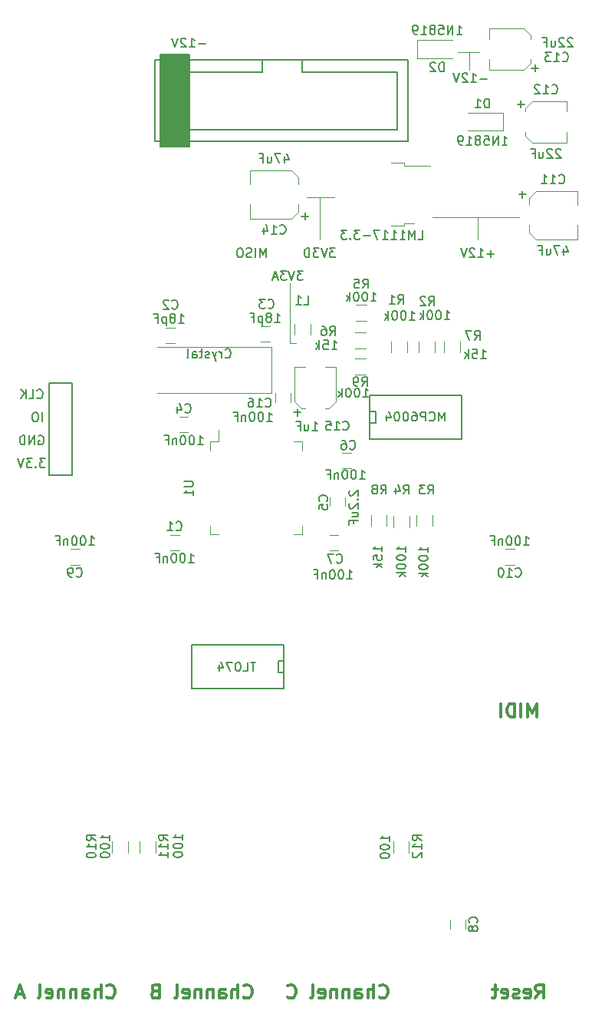
<source format=gbr>
G04 #@! TF.GenerationSoftware,KiCad,Pcbnew,(5.1.0)-1*
G04 #@! TF.CreationDate,2019-07-28T15:16:17+01:00*
G04 #@! TF.ProjectId,oscar,6f736361-722e-46b6-9963-61645f706362,rev?*
G04 #@! TF.SameCoordinates,Original*
G04 #@! TF.FileFunction,Legend,Bot*
G04 #@! TF.FilePolarity,Positive*
%FSLAX46Y46*%
G04 Gerber Fmt 4.6, Leading zero omitted, Abs format (unit mm)*
G04 Created by KiCad (PCBNEW (5.1.0)-1) date 2019-07-28 15:16:17*
%MOMM*%
%LPD*%
G04 APERTURE LIST*
%ADD10C,0.120000*%
%ADD11C,0.200000*%
%ADD12C,0.300000*%
%ADD13C,0.150000*%
G04 APERTURE END LIST*
D10*
X159700000Y-86400000D02*
X160400000Y-86400000D01*
X159700000Y-79800000D02*
X159700000Y-86400000D01*
D11*
X161166666Y-78452380D02*
X160547619Y-78452380D01*
X160880952Y-78833333D01*
X160738095Y-78833333D01*
X160642857Y-78880952D01*
X160595238Y-78928571D01*
X160547619Y-79023809D01*
X160547619Y-79261904D01*
X160595238Y-79357142D01*
X160642857Y-79404761D01*
X160738095Y-79452380D01*
X161023809Y-79452380D01*
X161119047Y-79404761D01*
X161166666Y-79357142D01*
X160261904Y-78452380D02*
X159928571Y-79452380D01*
X159595238Y-78452380D01*
X159357142Y-78452380D02*
X158738095Y-78452380D01*
X159071428Y-78833333D01*
X158928571Y-78833333D01*
X158833333Y-78880952D01*
X158785714Y-78928571D01*
X158738095Y-79023809D01*
X158738095Y-79261904D01*
X158785714Y-79357142D01*
X158833333Y-79404761D01*
X158928571Y-79452380D01*
X159214285Y-79452380D01*
X159309523Y-79404761D01*
X159357142Y-79357142D01*
X158357142Y-79166666D02*
X157880952Y-79166666D01*
X158452380Y-79452380D02*
X158119047Y-78452380D01*
X157785714Y-79452380D01*
D10*
X180600000Y-54300000D02*
X178300000Y-54300000D01*
X179500000Y-56300000D02*
X179500000Y-54300000D01*
D11*
X181461904Y-57271428D02*
X180700000Y-57271428D01*
X179700000Y-57652380D02*
X180271428Y-57652380D01*
X179985714Y-57652380D02*
X179985714Y-56652380D01*
X180080952Y-56795238D01*
X180176190Y-56890476D01*
X180271428Y-56938095D01*
X179319047Y-56747619D02*
X179271428Y-56700000D01*
X179176190Y-56652380D01*
X178938095Y-56652380D01*
X178842857Y-56700000D01*
X178795238Y-56747619D01*
X178747619Y-56842857D01*
X178747619Y-56938095D01*
X178795238Y-57080952D01*
X179366666Y-57652380D01*
X178747619Y-57652380D01*
X178461904Y-56652380D02*
X178128571Y-57652380D01*
X177795238Y-56652380D01*
D10*
X185000000Y-72500000D02*
X175500000Y-72500000D01*
X180500000Y-72500000D02*
X185000000Y-72500000D01*
X180500000Y-75000000D02*
X180500000Y-72500000D01*
D11*
X182261904Y-76571428D02*
X181500000Y-76571428D01*
X181880952Y-76952380D02*
X181880952Y-76190476D01*
X180500000Y-76952380D02*
X181071428Y-76952380D01*
X180785714Y-76952380D02*
X180785714Y-75952380D01*
X180880952Y-76095238D01*
X180976190Y-76190476D01*
X181071428Y-76238095D01*
X180119047Y-76047619D02*
X180071428Y-76000000D01*
X179976190Y-75952380D01*
X179738095Y-75952380D01*
X179642857Y-76000000D01*
X179595238Y-76047619D01*
X179547619Y-76142857D01*
X179547619Y-76238095D01*
X179595238Y-76380952D01*
X180166666Y-76952380D01*
X179547619Y-76952380D01*
X179261904Y-75952380D02*
X178928571Y-76952380D01*
X178595238Y-75952380D01*
D10*
X164600000Y-70300000D02*
X161600000Y-70300000D01*
X163000000Y-75000000D02*
X163000000Y-70300000D01*
D11*
X164738095Y-75952380D02*
X164119047Y-75952380D01*
X164452380Y-76333333D01*
X164309523Y-76333333D01*
X164214285Y-76380952D01*
X164166666Y-76428571D01*
X164119047Y-76523809D01*
X164119047Y-76761904D01*
X164166666Y-76857142D01*
X164214285Y-76904761D01*
X164309523Y-76952380D01*
X164595238Y-76952380D01*
X164690476Y-76904761D01*
X164738095Y-76857142D01*
X163833333Y-75952380D02*
X163500000Y-76952380D01*
X163166666Y-75952380D01*
X162928571Y-75952380D02*
X162309523Y-75952380D01*
X162642857Y-76333333D01*
X162500000Y-76333333D01*
X162404761Y-76380952D01*
X162357142Y-76428571D01*
X162309523Y-76523809D01*
X162309523Y-76761904D01*
X162357142Y-76857142D01*
X162404761Y-76904761D01*
X162500000Y-76952380D01*
X162785714Y-76952380D01*
X162880952Y-76904761D01*
X162928571Y-76857142D01*
X161880952Y-76952380D02*
X161880952Y-75952380D01*
X161642857Y-75952380D01*
X161500000Y-76000000D01*
X161404761Y-76095238D01*
X161357142Y-76190476D01*
X161309523Y-76380952D01*
X161309523Y-76523809D01*
X161357142Y-76714285D01*
X161404761Y-76809523D01*
X161500000Y-76904761D01*
X161642857Y-76952380D01*
X161880952Y-76952380D01*
X157071428Y-76952380D02*
X157071428Y-75952380D01*
X156738095Y-76666666D01*
X156404761Y-75952380D01*
X156404761Y-76952380D01*
X155928571Y-76952380D02*
X155928571Y-75952380D01*
X155500000Y-76904761D02*
X155357142Y-76952380D01*
X155119047Y-76952380D01*
X155023809Y-76904761D01*
X154976190Y-76857142D01*
X154928571Y-76761904D01*
X154928571Y-76666666D01*
X154976190Y-76571428D01*
X155023809Y-76523809D01*
X155119047Y-76476190D01*
X155309523Y-76428571D01*
X155404761Y-76380952D01*
X155452380Y-76333333D01*
X155500000Y-76238095D01*
X155500000Y-76142857D01*
X155452380Y-76047619D01*
X155404761Y-76000000D01*
X155309523Y-75952380D01*
X155071428Y-75952380D01*
X154928571Y-76000000D01*
X154309523Y-75952380D02*
X154119047Y-75952380D01*
X154023809Y-76000000D01*
X153928571Y-76095238D01*
X153880952Y-76285714D01*
X153880952Y-76619047D01*
X153928571Y-76809523D01*
X154023809Y-76904761D01*
X154119047Y-76952380D01*
X154309523Y-76952380D01*
X154404761Y-76904761D01*
X154500000Y-76809523D01*
X154547619Y-76619047D01*
X154547619Y-76285714D01*
X154500000Y-76095238D01*
X154404761Y-76000000D01*
X154309523Y-75952380D01*
D12*
X169607142Y-158535714D02*
X169678571Y-158607142D01*
X169892857Y-158678571D01*
X170035714Y-158678571D01*
X170250000Y-158607142D01*
X170392857Y-158464285D01*
X170464285Y-158321428D01*
X170535714Y-158035714D01*
X170535714Y-157821428D01*
X170464285Y-157535714D01*
X170392857Y-157392857D01*
X170250000Y-157250000D01*
X170035714Y-157178571D01*
X169892857Y-157178571D01*
X169678571Y-157250000D01*
X169607142Y-157321428D01*
X168964285Y-158678571D02*
X168964285Y-157178571D01*
X168321428Y-158678571D02*
X168321428Y-157892857D01*
X168392857Y-157750000D01*
X168535714Y-157678571D01*
X168750000Y-157678571D01*
X168892857Y-157750000D01*
X168964285Y-157821428D01*
X166964285Y-158678571D02*
X166964285Y-157892857D01*
X167035714Y-157750000D01*
X167178571Y-157678571D01*
X167464285Y-157678571D01*
X167607142Y-157750000D01*
X166964285Y-158607142D02*
X167107142Y-158678571D01*
X167464285Y-158678571D01*
X167607142Y-158607142D01*
X167678571Y-158464285D01*
X167678571Y-158321428D01*
X167607142Y-158178571D01*
X167464285Y-158107142D01*
X167107142Y-158107142D01*
X166964285Y-158035714D01*
X166250000Y-157678571D02*
X166250000Y-158678571D01*
X166250000Y-157821428D02*
X166178571Y-157750000D01*
X166035714Y-157678571D01*
X165821428Y-157678571D01*
X165678571Y-157750000D01*
X165607142Y-157892857D01*
X165607142Y-158678571D01*
X164892857Y-157678571D02*
X164892857Y-158678571D01*
X164892857Y-157821428D02*
X164821428Y-157750000D01*
X164678571Y-157678571D01*
X164464285Y-157678571D01*
X164321428Y-157750000D01*
X164250000Y-157892857D01*
X164250000Y-158678571D01*
X162964285Y-158607142D02*
X163107142Y-158678571D01*
X163392857Y-158678571D01*
X163535714Y-158607142D01*
X163607142Y-158464285D01*
X163607142Y-157892857D01*
X163535714Y-157750000D01*
X163392857Y-157678571D01*
X163107142Y-157678571D01*
X162964285Y-157750000D01*
X162892857Y-157892857D01*
X162892857Y-158035714D01*
X163607142Y-158178571D01*
X162035714Y-158678571D02*
X162178571Y-158607142D01*
X162250000Y-158464285D01*
X162250000Y-157178571D01*
X159464285Y-158535714D02*
X159535714Y-158607142D01*
X159750000Y-158678571D01*
X159892857Y-158678571D01*
X160107142Y-158607142D01*
X160250000Y-158464285D01*
X160321428Y-158321428D01*
X160392857Y-158035714D01*
X160392857Y-157821428D01*
X160321428Y-157535714D01*
X160250000Y-157392857D01*
X160107142Y-157250000D01*
X159892857Y-157178571D01*
X159750000Y-157178571D01*
X159535714Y-157250000D01*
X159464285Y-157321428D01*
X186857142Y-158678571D02*
X187357142Y-157964285D01*
X187714285Y-158678571D02*
X187714285Y-157178571D01*
X187142857Y-157178571D01*
X187000000Y-157250000D01*
X186928571Y-157321428D01*
X186857142Y-157464285D01*
X186857142Y-157678571D01*
X186928571Y-157821428D01*
X187000000Y-157892857D01*
X187142857Y-157964285D01*
X187714285Y-157964285D01*
X185642857Y-158607142D02*
X185785714Y-158678571D01*
X186071428Y-158678571D01*
X186214285Y-158607142D01*
X186285714Y-158464285D01*
X186285714Y-157892857D01*
X186214285Y-157750000D01*
X186071428Y-157678571D01*
X185785714Y-157678571D01*
X185642857Y-157750000D01*
X185571428Y-157892857D01*
X185571428Y-158035714D01*
X186285714Y-158178571D01*
X185000000Y-158607142D02*
X184857142Y-158678571D01*
X184571428Y-158678571D01*
X184428571Y-158607142D01*
X184357142Y-158464285D01*
X184357142Y-158392857D01*
X184428571Y-158250000D01*
X184571428Y-158178571D01*
X184785714Y-158178571D01*
X184928571Y-158107142D01*
X185000000Y-157964285D01*
X185000000Y-157892857D01*
X184928571Y-157750000D01*
X184785714Y-157678571D01*
X184571428Y-157678571D01*
X184428571Y-157750000D01*
X183142857Y-158607142D02*
X183285714Y-158678571D01*
X183571428Y-158678571D01*
X183714285Y-158607142D01*
X183785714Y-158464285D01*
X183785714Y-157892857D01*
X183714285Y-157750000D01*
X183571428Y-157678571D01*
X183285714Y-157678571D01*
X183142857Y-157750000D01*
X183071428Y-157892857D01*
X183071428Y-158035714D01*
X183785714Y-158178571D01*
X182642857Y-157678571D02*
X182071428Y-157678571D01*
X182428571Y-157178571D02*
X182428571Y-158464285D01*
X182357142Y-158607142D01*
X182214285Y-158678571D01*
X182071428Y-158678571D01*
X139500000Y-158535714D02*
X139571428Y-158607142D01*
X139785714Y-158678571D01*
X139928571Y-158678571D01*
X140142857Y-158607142D01*
X140285714Y-158464285D01*
X140357142Y-158321428D01*
X140428571Y-158035714D01*
X140428571Y-157821428D01*
X140357142Y-157535714D01*
X140285714Y-157392857D01*
X140142857Y-157250000D01*
X139928571Y-157178571D01*
X139785714Y-157178571D01*
X139571428Y-157250000D01*
X139500000Y-157321428D01*
X138857142Y-158678571D02*
X138857142Y-157178571D01*
X138214285Y-158678571D02*
X138214285Y-157892857D01*
X138285714Y-157750000D01*
X138428571Y-157678571D01*
X138642857Y-157678571D01*
X138785714Y-157750000D01*
X138857142Y-157821428D01*
X136857142Y-158678571D02*
X136857142Y-157892857D01*
X136928571Y-157750000D01*
X137071428Y-157678571D01*
X137357142Y-157678571D01*
X137500000Y-157750000D01*
X136857142Y-158607142D02*
X137000000Y-158678571D01*
X137357142Y-158678571D01*
X137500000Y-158607142D01*
X137571428Y-158464285D01*
X137571428Y-158321428D01*
X137500000Y-158178571D01*
X137357142Y-158107142D01*
X137000000Y-158107142D01*
X136857142Y-158035714D01*
X136142857Y-157678571D02*
X136142857Y-158678571D01*
X136142857Y-157821428D02*
X136071428Y-157750000D01*
X135928571Y-157678571D01*
X135714285Y-157678571D01*
X135571428Y-157750000D01*
X135500000Y-157892857D01*
X135500000Y-158678571D01*
X134785714Y-157678571D02*
X134785714Y-158678571D01*
X134785714Y-157821428D02*
X134714285Y-157750000D01*
X134571428Y-157678571D01*
X134357142Y-157678571D01*
X134214285Y-157750000D01*
X134142857Y-157892857D01*
X134142857Y-158678571D01*
X132857142Y-158607142D02*
X133000000Y-158678571D01*
X133285714Y-158678571D01*
X133428571Y-158607142D01*
X133500000Y-158464285D01*
X133500000Y-157892857D01*
X133428571Y-157750000D01*
X133285714Y-157678571D01*
X133000000Y-157678571D01*
X132857142Y-157750000D01*
X132785714Y-157892857D01*
X132785714Y-158035714D01*
X133500000Y-158178571D01*
X131928571Y-158678571D02*
X132071428Y-158607142D01*
X132142857Y-158464285D01*
X132142857Y-157178571D01*
X130285714Y-158250000D02*
X129571428Y-158250000D01*
X130428571Y-158678571D02*
X129928571Y-157178571D01*
X129428571Y-158678571D01*
X186964285Y-127678571D02*
X186964285Y-126178571D01*
X186464285Y-127250000D01*
X185964285Y-126178571D01*
X185964285Y-127678571D01*
X185250000Y-127678571D02*
X185250000Y-126178571D01*
X184535714Y-127678571D02*
X184535714Y-126178571D01*
X184178571Y-126178571D01*
X183964285Y-126250000D01*
X183821428Y-126392857D01*
X183750000Y-126535714D01*
X183678571Y-126821428D01*
X183678571Y-127035714D01*
X183750000Y-127321428D01*
X183821428Y-127464285D01*
X183964285Y-127607142D01*
X184178571Y-127678571D01*
X184535714Y-127678571D01*
X183035714Y-127678571D02*
X183035714Y-126178571D01*
X154607142Y-158535714D02*
X154678571Y-158607142D01*
X154892857Y-158678571D01*
X155035714Y-158678571D01*
X155250000Y-158607142D01*
X155392857Y-158464285D01*
X155464285Y-158321428D01*
X155535714Y-158035714D01*
X155535714Y-157821428D01*
X155464285Y-157535714D01*
X155392857Y-157392857D01*
X155250000Y-157250000D01*
X155035714Y-157178571D01*
X154892857Y-157178571D01*
X154678571Y-157250000D01*
X154607142Y-157321428D01*
X153964285Y-158678571D02*
X153964285Y-157178571D01*
X153321428Y-158678571D02*
X153321428Y-157892857D01*
X153392857Y-157750000D01*
X153535714Y-157678571D01*
X153750000Y-157678571D01*
X153892857Y-157750000D01*
X153964285Y-157821428D01*
X151964285Y-158678571D02*
X151964285Y-157892857D01*
X152035714Y-157750000D01*
X152178571Y-157678571D01*
X152464285Y-157678571D01*
X152607142Y-157750000D01*
X151964285Y-158607142D02*
X152107142Y-158678571D01*
X152464285Y-158678571D01*
X152607142Y-158607142D01*
X152678571Y-158464285D01*
X152678571Y-158321428D01*
X152607142Y-158178571D01*
X152464285Y-158107142D01*
X152107142Y-158107142D01*
X151964285Y-158035714D01*
X151250000Y-157678571D02*
X151250000Y-158678571D01*
X151250000Y-157821428D02*
X151178571Y-157750000D01*
X151035714Y-157678571D01*
X150821428Y-157678571D01*
X150678571Y-157750000D01*
X150607142Y-157892857D01*
X150607142Y-158678571D01*
X149892857Y-157678571D02*
X149892857Y-158678571D01*
X149892857Y-157821428D02*
X149821428Y-157750000D01*
X149678571Y-157678571D01*
X149464285Y-157678571D01*
X149321428Y-157750000D01*
X149250000Y-157892857D01*
X149250000Y-158678571D01*
X147964285Y-158607142D02*
X148107142Y-158678571D01*
X148392857Y-158678571D01*
X148535714Y-158607142D01*
X148607142Y-158464285D01*
X148607142Y-157892857D01*
X148535714Y-157750000D01*
X148392857Y-157678571D01*
X148107142Y-157678571D01*
X147964285Y-157750000D01*
X147892857Y-157892857D01*
X147892857Y-158035714D01*
X148607142Y-158178571D01*
X147035714Y-158678571D02*
X147178571Y-158607142D01*
X147250000Y-158464285D01*
X147250000Y-157178571D01*
X144821428Y-157892857D02*
X144607142Y-157964285D01*
X144535714Y-158035714D01*
X144464285Y-158178571D01*
X144464285Y-158392857D01*
X144535714Y-158535714D01*
X144607142Y-158607142D01*
X144750000Y-158678571D01*
X145321428Y-158678571D01*
X145321428Y-157178571D01*
X144821428Y-157178571D01*
X144678571Y-157250000D01*
X144607142Y-157321428D01*
X144535714Y-157464285D01*
X144535714Y-157607142D01*
X144607142Y-157750000D01*
X144678571Y-157821428D01*
X144821428Y-157892857D01*
X145321428Y-157892857D01*
D10*
X168100000Y-88120000D02*
X166900000Y-88120000D01*
X166900000Y-89880000D02*
X168100000Y-89880000D01*
X161110000Y-106560000D02*
X161110000Y-107510000D01*
X161110000Y-107510000D02*
X160160000Y-107510000D01*
X161110000Y-98240000D02*
X161110000Y-97290000D01*
X161110000Y-97290000D02*
X160160000Y-97290000D01*
X150890000Y-106560000D02*
X150890000Y-107510000D01*
X150890000Y-107510000D02*
X151840000Y-107510000D01*
X150890000Y-98240000D02*
X150890000Y-97290000D01*
X150890000Y-97290000D02*
X151840000Y-97290000D01*
X151840000Y-97290000D02*
X151840000Y-95950000D01*
X146500000Y-107550000D02*
X147500000Y-107550000D01*
X147500000Y-109250000D02*
X146500000Y-109250000D01*
X146000000Y-84750000D02*
X147000000Y-84750000D01*
X147000000Y-86450000D02*
X146000000Y-86450000D01*
X156500000Y-84550000D02*
X157500000Y-84550000D01*
X157500000Y-86250000D02*
X156500000Y-86250000D01*
X148500000Y-96250000D02*
X147500000Y-96250000D01*
X147500000Y-94550000D02*
X148500000Y-94550000D01*
X164150000Y-104400000D02*
X164150000Y-103400000D01*
X165850000Y-103400000D02*
X165850000Y-104400000D01*
X166500000Y-100250000D02*
X165500000Y-100250000D01*
X165500000Y-98550000D02*
X166500000Y-98550000D01*
X164100000Y-107550000D02*
X165100000Y-107550000D01*
X165100000Y-109250000D02*
X164100000Y-109250000D01*
X179100000Y-150000000D02*
X179100000Y-151000000D01*
X177400000Y-151000000D02*
X177400000Y-150000000D01*
X136500000Y-110850000D02*
X135500000Y-110850000D01*
X135500000Y-109150000D02*
X136500000Y-109150000D01*
X183500000Y-109150000D02*
X184500000Y-109150000D01*
X184500000Y-110850000D02*
X183500000Y-110850000D01*
X191470000Y-69630000D02*
X191470000Y-71180000D01*
X191470000Y-74970000D02*
X191470000Y-73420000D01*
X186130000Y-70390000D02*
X186130000Y-71180000D01*
X186130000Y-74210000D02*
X186130000Y-73420000D01*
X191470000Y-74970000D02*
X186890000Y-74970000D01*
X186890000Y-74970000D02*
X186130000Y-74210000D01*
X186130000Y-70390000D02*
X186890000Y-69630000D01*
X186890000Y-69630000D02*
X191470000Y-69630000D01*
X186480000Y-64290000D02*
X185710000Y-63520000D01*
X186480000Y-64290000D02*
X190290000Y-64290000D01*
X186480000Y-59710000D02*
X185710000Y-60480000D01*
X186480000Y-59710000D02*
X190290000Y-59710000D01*
X185710000Y-63520000D02*
X185710000Y-63120000D01*
X190290000Y-64290000D02*
X190290000Y-63120000D01*
X190290000Y-59710000D02*
X190290000Y-60880000D01*
X185710000Y-60480000D02*
X185710000Y-60880000D01*
X185520000Y-51710000D02*
X186290000Y-52480000D01*
X185520000Y-51710000D02*
X181710000Y-51710000D01*
X185520000Y-56290000D02*
X186290000Y-55520000D01*
X185520000Y-56290000D02*
X181710000Y-56290000D01*
X186290000Y-52480000D02*
X186290000Y-52880000D01*
X181710000Y-51710000D02*
X181710000Y-52880000D01*
X181710000Y-56290000D02*
X181710000Y-55120000D01*
X186290000Y-55520000D02*
X186290000Y-55120000D01*
X159910000Y-72670000D02*
X155330000Y-72670000D01*
X160670000Y-71910000D02*
X159910000Y-72670000D01*
X159910000Y-67330000D02*
X160670000Y-68090000D01*
X155330000Y-67330000D02*
X159910000Y-67330000D01*
X160670000Y-68090000D02*
X160670000Y-68880000D01*
X160670000Y-71910000D02*
X160670000Y-71120000D01*
X155330000Y-67330000D02*
X155330000Y-68880000D01*
X155330000Y-72670000D02*
X155330000Y-71120000D01*
X160980000Y-93590000D02*
X161380000Y-93590000D01*
X160210000Y-89010000D02*
X161380000Y-89010000D01*
X164790000Y-89010000D02*
X163620000Y-89010000D01*
X164020000Y-93590000D02*
X163620000Y-93590000D01*
X160210000Y-92820000D02*
X160210000Y-89010000D01*
X160210000Y-92820000D02*
X160980000Y-93590000D01*
X164790000Y-92820000D02*
X164790000Y-89010000D01*
X164790000Y-92820000D02*
X164020000Y-93590000D01*
X158150000Y-92900000D02*
X158150000Y-91900000D01*
X159850000Y-91900000D02*
X159850000Y-92900000D01*
X183250000Y-61000000D02*
X179350000Y-61000000D01*
X183250000Y-63000000D02*
X179350000Y-63000000D01*
X183250000Y-61000000D02*
X183250000Y-63000000D01*
X173750000Y-55000000D02*
X173750000Y-53000000D01*
X173750000Y-53000000D02*
X177650000Y-53000000D01*
X173750000Y-55000000D02*
X177650000Y-55000000D01*
D13*
X135670000Y-100970000D02*
X133130000Y-100970000D01*
X133130000Y-100970000D02*
X133130000Y-90810000D01*
X133130000Y-90810000D02*
X135670000Y-90810000D01*
X135670000Y-90810000D02*
X135670000Y-100970000D01*
X144830000Y-55200000D02*
X144830000Y-64140000D01*
X144830000Y-64140000D02*
X172750000Y-64140000D01*
X172750000Y-64140000D02*
X172750000Y-55200000D01*
X172750000Y-55200000D02*
X144830000Y-55200000D01*
X156655000Y-55200000D02*
X156655000Y-56500000D01*
X156600000Y-56500000D02*
X146030000Y-56500000D01*
X146030000Y-56500000D02*
X146030000Y-62840000D01*
X146030000Y-62840000D02*
X171550000Y-62840000D01*
X171550000Y-62840000D02*
X171550000Y-56500000D01*
X171550000Y-56500000D02*
X161100000Y-56500000D01*
X161105000Y-56500000D02*
X161105000Y-55200000D01*
G36*
X145455000Y-64750000D02*
G01*
X148630000Y-64750000D01*
X148630000Y-54590000D01*
X145455000Y-54590000D01*
X145455000Y-64750000D01*
G37*
X145455000Y-64750000D02*
X148630000Y-64750000D01*
X148630000Y-54590000D01*
X145455000Y-54590000D01*
X145455000Y-64750000D01*
D10*
X161980000Y-85500000D02*
X161980000Y-84300000D01*
X160220000Y-84300000D02*
X160220000Y-85500000D01*
X172680000Y-87450000D02*
X172680000Y-86250000D01*
X170920000Y-86250000D02*
X170920000Y-87450000D01*
X175730000Y-87450000D02*
X175730000Y-86250000D01*
X173970000Y-86250000D02*
X173970000Y-87450000D01*
X173720000Y-105400000D02*
X173720000Y-106600000D01*
X175480000Y-106600000D02*
X175480000Y-105400000D01*
X172930000Y-106700000D02*
X172930000Y-105500000D01*
X171170000Y-105500000D02*
X171170000Y-106700000D01*
X168200000Y-82220000D02*
X167000000Y-82220000D01*
X167000000Y-83980000D02*
X168200000Y-83980000D01*
X168100000Y-85220000D02*
X166900000Y-85220000D01*
X166900000Y-86980000D02*
X168100000Y-86980000D01*
X176720000Y-86250000D02*
X176720000Y-87450000D01*
X178480000Y-87450000D02*
X178480000Y-86250000D01*
X170430000Y-106600000D02*
X170430000Y-105400000D01*
X168670000Y-105400000D02*
X168670000Y-106600000D01*
X141880000Y-142600000D02*
X141880000Y-141400000D01*
X140120000Y-141400000D02*
X140120000Y-142600000D01*
X143120000Y-141400000D02*
X143120000Y-142600000D01*
X144880000Y-142600000D02*
X144880000Y-141400000D01*
X172880000Y-142600000D02*
X172880000Y-141400000D01*
X171120000Y-141400000D02*
X171120000Y-142600000D01*
D13*
X178730000Y-97036000D02*
X178730000Y-92210000D01*
X178730000Y-92210000D02*
X168570000Y-92210000D01*
X168570000Y-92210000D02*
X168570000Y-97036000D01*
X168570000Y-97036000D02*
X178730000Y-97036000D01*
X168570000Y-95258000D02*
X169205000Y-95258000D01*
X169205000Y-95258000D02*
X169205000Y-93988000D01*
X169205000Y-93988000D02*
X168570000Y-93988000D01*
X158445000Y-122762000D02*
X159080000Y-122762000D01*
X158445000Y-121492000D02*
X158445000Y-122762000D01*
X159080000Y-121492000D02*
X158445000Y-121492000D01*
X159080000Y-119714000D02*
X148920000Y-119714000D01*
X159080000Y-124540000D02*
X159080000Y-119714000D01*
X148920000Y-124540000D02*
X159080000Y-124540000D01*
X148920000Y-119714000D02*
X148920000Y-124540000D01*
D10*
X172370000Y-73180000D02*
X173470000Y-73180000D01*
X172370000Y-73450000D02*
X172370000Y-73180000D01*
X170870000Y-73450000D02*
X172370000Y-73450000D01*
X172370000Y-66820000D02*
X175200000Y-66820000D01*
X172370000Y-66550000D02*
X172370000Y-66820000D01*
X170870000Y-66550000D02*
X172370000Y-66550000D01*
X145100000Y-86850000D02*
X157700000Y-86850000D01*
X157700000Y-86850000D02*
X157700000Y-91950000D01*
X157700000Y-91950000D02*
X145100000Y-91950000D01*
D13*
X167666666Y-91152380D02*
X168000000Y-90676190D01*
X168238095Y-91152380D02*
X168238095Y-90152380D01*
X167857142Y-90152380D01*
X167761904Y-90200000D01*
X167714285Y-90247619D01*
X167666666Y-90342857D01*
X167666666Y-90485714D01*
X167714285Y-90580952D01*
X167761904Y-90628571D01*
X167857142Y-90676190D01*
X168238095Y-90676190D01*
X167190476Y-91152380D02*
X167000000Y-91152380D01*
X166904761Y-91104761D01*
X166857142Y-91057142D01*
X166761904Y-90914285D01*
X166714285Y-90723809D01*
X166714285Y-90342857D01*
X166761904Y-90247619D01*
X166809523Y-90200000D01*
X166904761Y-90152380D01*
X167095238Y-90152380D01*
X167190476Y-90200000D01*
X167238095Y-90247619D01*
X167285714Y-90342857D01*
X167285714Y-90580952D01*
X167238095Y-90676190D01*
X167190476Y-90723809D01*
X167095238Y-90771428D01*
X166904761Y-90771428D01*
X166809523Y-90723809D01*
X166761904Y-90676190D01*
X166714285Y-90580952D01*
X164345238Y-87102380D02*
X164916666Y-87102380D01*
X164630952Y-87102380D02*
X164630952Y-86102380D01*
X164726190Y-86245238D01*
X164821428Y-86340476D01*
X164916666Y-86388095D01*
X163440476Y-86102380D02*
X163916666Y-86102380D01*
X163964285Y-86578571D01*
X163916666Y-86530952D01*
X163821428Y-86483333D01*
X163583333Y-86483333D01*
X163488095Y-86530952D01*
X163440476Y-86578571D01*
X163392857Y-86673809D01*
X163392857Y-86911904D01*
X163440476Y-87007142D01*
X163488095Y-87054761D01*
X163583333Y-87102380D01*
X163821428Y-87102380D01*
X163916666Y-87054761D01*
X163964285Y-87007142D01*
X162964285Y-87102380D02*
X162964285Y-86102380D01*
X162869047Y-86721428D02*
X162583333Y-87102380D01*
X162583333Y-86435714D02*
X162964285Y-86816666D01*
X148052380Y-101638095D02*
X148861904Y-101638095D01*
X148957142Y-101685714D01*
X149004761Y-101733333D01*
X149052380Y-101828571D01*
X149052380Y-102019047D01*
X149004761Y-102114285D01*
X148957142Y-102161904D01*
X148861904Y-102209523D01*
X148052380Y-102209523D01*
X149052380Y-103209523D02*
X149052380Y-102638095D01*
X149052380Y-102923809D02*
X148052380Y-102923809D01*
X148195238Y-102828571D01*
X148290476Y-102733333D01*
X148338095Y-102638095D01*
X147166666Y-107007142D02*
X147214285Y-107054761D01*
X147357142Y-107102380D01*
X147452380Y-107102380D01*
X147595238Y-107054761D01*
X147690476Y-106959523D01*
X147738095Y-106864285D01*
X147785714Y-106673809D01*
X147785714Y-106530952D01*
X147738095Y-106340476D01*
X147690476Y-106245238D01*
X147595238Y-106150000D01*
X147452380Y-106102380D01*
X147357142Y-106102380D01*
X147214285Y-106150000D01*
X147166666Y-106197619D01*
X146214285Y-107102380D02*
X146785714Y-107102380D01*
X146500000Y-107102380D02*
X146500000Y-106102380D01*
X146595238Y-106245238D01*
X146690476Y-106340476D01*
X146785714Y-106388095D01*
X148547619Y-110602380D02*
X149119047Y-110602380D01*
X148833333Y-110602380D02*
X148833333Y-109602380D01*
X148928571Y-109745238D01*
X149023809Y-109840476D01*
X149119047Y-109888095D01*
X147928571Y-109602380D02*
X147833333Y-109602380D01*
X147738095Y-109650000D01*
X147690476Y-109697619D01*
X147642857Y-109792857D01*
X147595238Y-109983333D01*
X147595238Y-110221428D01*
X147642857Y-110411904D01*
X147690476Y-110507142D01*
X147738095Y-110554761D01*
X147833333Y-110602380D01*
X147928571Y-110602380D01*
X148023809Y-110554761D01*
X148071428Y-110507142D01*
X148119047Y-110411904D01*
X148166666Y-110221428D01*
X148166666Y-109983333D01*
X148119047Y-109792857D01*
X148071428Y-109697619D01*
X148023809Y-109650000D01*
X147928571Y-109602380D01*
X146976190Y-109602380D02*
X146880952Y-109602380D01*
X146785714Y-109650000D01*
X146738095Y-109697619D01*
X146690476Y-109792857D01*
X146642857Y-109983333D01*
X146642857Y-110221428D01*
X146690476Y-110411904D01*
X146738095Y-110507142D01*
X146785714Y-110554761D01*
X146880952Y-110602380D01*
X146976190Y-110602380D01*
X147071428Y-110554761D01*
X147119047Y-110507142D01*
X147166666Y-110411904D01*
X147214285Y-110221428D01*
X147214285Y-109983333D01*
X147166666Y-109792857D01*
X147119047Y-109697619D01*
X147071428Y-109650000D01*
X146976190Y-109602380D01*
X146214285Y-109935714D02*
X146214285Y-110602380D01*
X146214285Y-110030952D02*
X146166666Y-109983333D01*
X146071428Y-109935714D01*
X145928571Y-109935714D01*
X145833333Y-109983333D01*
X145785714Y-110078571D01*
X145785714Y-110602380D01*
X144976190Y-110078571D02*
X145309523Y-110078571D01*
X145309523Y-110602380D02*
X145309523Y-109602380D01*
X144833333Y-109602380D01*
X146716666Y-82557142D02*
X146764285Y-82604761D01*
X146907142Y-82652380D01*
X147002380Y-82652380D01*
X147145238Y-82604761D01*
X147240476Y-82509523D01*
X147288095Y-82414285D01*
X147335714Y-82223809D01*
X147335714Y-82080952D01*
X147288095Y-81890476D01*
X147240476Y-81795238D01*
X147145238Y-81700000D01*
X147002380Y-81652380D01*
X146907142Y-81652380D01*
X146764285Y-81700000D01*
X146716666Y-81747619D01*
X146335714Y-81747619D02*
X146288095Y-81700000D01*
X146192857Y-81652380D01*
X145954761Y-81652380D01*
X145859523Y-81700000D01*
X145811904Y-81747619D01*
X145764285Y-81842857D01*
X145764285Y-81938095D01*
X145811904Y-82080952D01*
X146383333Y-82652380D01*
X145764285Y-82652380D01*
X147446428Y-84177380D02*
X148017857Y-84177380D01*
X147732142Y-84177380D02*
X147732142Y-83177380D01*
X147827380Y-83320238D01*
X147922619Y-83415476D01*
X148017857Y-83463095D01*
X146875000Y-83605952D02*
X146970238Y-83558333D01*
X147017857Y-83510714D01*
X147065476Y-83415476D01*
X147065476Y-83367857D01*
X147017857Y-83272619D01*
X146970238Y-83225000D01*
X146875000Y-83177380D01*
X146684523Y-83177380D01*
X146589285Y-83225000D01*
X146541666Y-83272619D01*
X146494047Y-83367857D01*
X146494047Y-83415476D01*
X146541666Y-83510714D01*
X146589285Y-83558333D01*
X146684523Y-83605952D01*
X146875000Y-83605952D01*
X146970238Y-83653571D01*
X147017857Y-83701190D01*
X147065476Y-83796428D01*
X147065476Y-83986904D01*
X147017857Y-84082142D01*
X146970238Y-84129761D01*
X146875000Y-84177380D01*
X146684523Y-84177380D01*
X146589285Y-84129761D01*
X146541666Y-84082142D01*
X146494047Y-83986904D01*
X146494047Y-83796428D01*
X146541666Y-83701190D01*
X146589285Y-83653571D01*
X146684523Y-83605952D01*
X146065476Y-83510714D02*
X146065476Y-84510714D01*
X146065476Y-83558333D02*
X145970238Y-83510714D01*
X145779761Y-83510714D01*
X145684523Y-83558333D01*
X145636904Y-83605952D01*
X145589285Y-83701190D01*
X145589285Y-83986904D01*
X145636904Y-84082142D01*
X145684523Y-84129761D01*
X145779761Y-84177380D01*
X145970238Y-84177380D01*
X146065476Y-84129761D01*
X144827380Y-83653571D02*
X145160714Y-83653571D01*
X145160714Y-84177380D02*
X145160714Y-83177380D01*
X144684523Y-83177380D01*
X157316666Y-82482142D02*
X157364285Y-82529761D01*
X157507142Y-82577380D01*
X157602380Y-82577380D01*
X157745238Y-82529761D01*
X157840476Y-82434523D01*
X157888095Y-82339285D01*
X157935714Y-82148809D01*
X157935714Y-82005952D01*
X157888095Y-81815476D01*
X157840476Y-81720238D01*
X157745238Y-81625000D01*
X157602380Y-81577380D01*
X157507142Y-81577380D01*
X157364285Y-81625000D01*
X157316666Y-81672619D01*
X156983333Y-81577380D02*
X156364285Y-81577380D01*
X156697619Y-81958333D01*
X156554761Y-81958333D01*
X156459523Y-82005952D01*
X156411904Y-82053571D01*
X156364285Y-82148809D01*
X156364285Y-82386904D01*
X156411904Y-82482142D01*
X156459523Y-82529761D01*
X156554761Y-82577380D01*
X156840476Y-82577380D01*
X156935714Y-82529761D01*
X156983333Y-82482142D01*
X158071428Y-84102380D02*
X158642857Y-84102380D01*
X158357142Y-84102380D02*
X158357142Y-83102380D01*
X158452380Y-83245238D01*
X158547619Y-83340476D01*
X158642857Y-83388095D01*
X157500000Y-83530952D02*
X157595238Y-83483333D01*
X157642857Y-83435714D01*
X157690476Y-83340476D01*
X157690476Y-83292857D01*
X157642857Y-83197619D01*
X157595238Y-83150000D01*
X157500000Y-83102380D01*
X157309523Y-83102380D01*
X157214285Y-83150000D01*
X157166666Y-83197619D01*
X157119047Y-83292857D01*
X157119047Y-83340476D01*
X157166666Y-83435714D01*
X157214285Y-83483333D01*
X157309523Y-83530952D01*
X157500000Y-83530952D01*
X157595238Y-83578571D01*
X157642857Y-83626190D01*
X157690476Y-83721428D01*
X157690476Y-83911904D01*
X157642857Y-84007142D01*
X157595238Y-84054761D01*
X157500000Y-84102380D01*
X157309523Y-84102380D01*
X157214285Y-84054761D01*
X157166666Y-84007142D01*
X157119047Y-83911904D01*
X157119047Y-83721428D01*
X157166666Y-83626190D01*
X157214285Y-83578571D01*
X157309523Y-83530952D01*
X156690476Y-83435714D02*
X156690476Y-84435714D01*
X156690476Y-83483333D02*
X156595238Y-83435714D01*
X156404761Y-83435714D01*
X156309523Y-83483333D01*
X156261904Y-83530952D01*
X156214285Y-83626190D01*
X156214285Y-83911904D01*
X156261904Y-84007142D01*
X156309523Y-84054761D01*
X156404761Y-84102380D01*
X156595238Y-84102380D01*
X156690476Y-84054761D01*
X155452380Y-83578571D02*
X155785714Y-83578571D01*
X155785714Y-84102380D02*
X155785714Y-83102380D01*
X155309523Y-83102380D01*
X148166666Y-94007142D02*
X148214285Y-94054761D01*
X148357142Y-94102380D01*
X148452380Y-94102380D01*
X148595238Y-94054761D01*
X148690476Y-93959523D01*
X148738095Y-93864285D01*
X148785714Y-93673809D01*
X148785714Y-93530952D01*
X148738095Y-93340476D01*
X148690476Y-93245238D01*
X148595238Y-93150000D01*
X148452380Y-93102380D01*
X148357142Y-93102380D01*
X148214285Y-93150000D01*
X148166666Y-93197619D01*
X147309523Y-93435714D02*
X147309523Y-94102380D01*
X147547619Y-93054761D02*
X147785714Y-93769047D01*
X147166666Y-93769047D01*
X149547619Y-97602380D02*
X150119047Y-97602380D01*
X149833333Y-97602380D02*
X149833333Y-96602380D01*
X149928571Y-96745238D01*
X150023809Y-96840476D01*
X150119047Y-96888095D01*
X148928571Y-96602380D02*
X148833333Y-96602380D01*
X148738095Y-96650000D01*
X148690476Y-96697619D01*
X148642857Y-96792857D01*
X148595238Y-96983333D01*
X148595238Y-97221428D01*
X148642857Y-97411904D01*
X148690476Y-97507142D01*
X148738095Y-97554761D01*
X148833333Y-97602380D01*
X148928571Y-97602380D01*
X149023809Y-97554761D01*
X149071428Y-97507142D01*
X149119047Y-97411904D01*
X149166666Y-97221428D01*
X149166666Y-96983333D01*
X149119047Y-96792857D01*
X149071428Y-96697619D01*
X149023809Y-96650000D01*
X148928571Y-96602380D01*
X147976190Y-96602380D02*
X147880952Y-96602380D01*
X147785714Y-96650000D01*
X147738095Y-96697619D01*
X147690476Y-96792857D01*
X147642857Y-96983333D01*
X147642857Y-97221428D01*
X147690476Y-97411904D01*
X147738095Y-97507142D01*
X147785714Y-97554761D01*
X147880952Y-97602380D01*
X147976190Y-97602380D01*
X148071428Y-97554761D01*
X148119047Y-97507142D01*
X148166666Y-97411904D01*
X148214285Y-97221428D01*
X148214285Y-96983333D01*
X148166666Y-96792857D01*
X148119047Y-96697619D01*
X148071428Y-96650000D01*
X147976190Y-96602380D01*
X147214285Y-96935714D02*
X147214285Y-97602380D01*
X147214285Y-97030952D02*
X147166666Y-96983333D01*
X147071428Y-96935714D01*
X146928571Y-96935714D01*
X146833333Y-96983333D01*
X146785714Y-97078571D01*
X146785714Y-97602380D01*
X145976190Y-97078571D02*
X146309523Y-97078571D01*
X146309523Y-97602380D02*
X146309523Y-96602380D01*
X145833333Y-96602380D01*
X163807142Y-103833333D02*
X163854761Y-103785714D01*
X163902380Y-103642857D01*
X163902380Y-103547619D01*
X163854761Y-103404761D01*
X163759523Y-103309523D01*
X163664285Y-103261904D01*
X163473809Y-103214285D01*
X163330952Y-103214285D01*
X163140476Y-103261904D01*
X163045238Y-103309523D01*
X162950000Y-103404761D01*
X162902380Y-103547619D01*
X162902380Y-103642857D01*
X162950000Y-103785714D01*
X162997619Y-103833333D01*
X162902380Y-104738095D02*
X162902380Y-104261904D01*
X163378571Y-104214285D01*
X163330952Y-104261904D01*
X163283333Y-104357142D01*
X163283333Y-104595238D01*
X163330952Y-104690476D01*
X163378571Y-104738095D01*
X163473809Y-104785714D01*
X163711904Y-104785714D01*
X163807142Y-104738095D01*
X163854761Y-104690476D01*
X163902380Y-104595238D01*
X163902380Y-104357142D01*
X163854761Y-104261904D01*
X163807142Y-104214285D01*
X166347619Y-102669047D02*
X166300000Y-102716666D01*
X166252380Y-102811904D01*
X166252380Y-103050000D01*
X166300000Y-103145238D01*
X166347619Y-103192857D01*
X166442857Y-103240476D01*
X166538095Y-103240476D01*
X166680952Y-103192857D01*
X167252380Y-102621428D01*
X167252380Y-103240476D01*
X167157142Y-103669047D02*
X167204761Y-103716666D01*
X167252380Y-103669047D01*
X167204761Y-103621428D01*
X167157142Y-103669047D01*
X167252380Y-103669047D01*
X166347619Y-104097619D02*
X166300000Y-104145238D01*
X166252380Y-104240476D01*
X166252380Y-104478571D01*
X166300000Y-104573809D01*
X166347619Y-104621428D01*
X166442857Y-104669047D01*
X166538095Y-104669047D01*
X166680952Y-104621428D01*
X167252380Y-104050000D01*
X167252380Y-104669047D01*
X166585714Y-105526190D02*
X167252380Y-105526190D01*
X166585714Y-105097619D02*
X167109523Y-105097619D01*
X167204761Y-105145238D01*
X167252380Y-105240476D01*
X167252380Y-105383333D01*
X167204761Y-105478571D01*
X167157142Y-105526190D01*
X166728571Y-106335714D02*
X166728571Y-106002380D01*
X167252380Y-106002380D02*
X166252380Y-106002380D01*
X166252380Y-106478571D01*
X166341666Y-98057142D02*
X166389285Y-98104761D01*
X166532142Y-98152380D01*
X166627380Y-98152380D01*
X166770238Y-98104761D01*
X166865476Y-98009523D01*
X166913095Y-97914285D01*
X166960714Y-97723809D01*
X166960714Y-97580952D01*
X166913095Y-97390476D01*
X166865476Y-97295238D01*
X166770238Y-97200000D01*
X166627380Y-97152380D01*
X166532142Y-97152380D01*
X166389285Y-97200000D01*
X166341666Y-97247619D01*
X165484523Y-97152380D02*
X165675000Y-97152380D01*
X165770238Y-97200000D01*
X165817857Y-97247619D01*
X165913095Y-97390476D01*
X165960714Y-97580952D01*
X165960714Y-97961904D01*
X165913095Y-98057142D01*
X165865476Y-98104761D01*
X165770238Y-98152380D01*
X165579761Y-98152380D01*
X165484523Y-98104761D01*
X165436904Y-98057142D01*
X165389285Y-97961904D01*
X165389285Y-97723809D01*
X165436904Y-97628571D01*
X165484523Y-97580952D01*
X165579761Y-97533333D01*
X165770238Y-97533333D01*
X165865476Y-97580952D01*
X165913095Y-97628571D01*
X165960714Y-97723809D01*
X167422619Y-101402380D02*
X167994047Y-101402380D01*
X167708333Y-101402380D02*
X167708333Y-100402380D01*
X167803571Y-100545238D01*
X167898809Y-100640476D01*
X167994047Y-100688095D01*
X166803571Y-100402380D02*
X166708333Y-100402380D01*
X166613095Y-100450000D01*
X166565476Y-100497619D01*
X166517857Y-100592857D01*
X166470238Y-100783333D01*
X166470238Y-101021428D01*
X166517857Y-101211904D01*
X166565476Y-101307142D01*
X166613095Y-101354761D01*
X166708333Y-101402380D01*
X166803571Y-101402380D01*
X166898809Y-101354761D01*
X166946428Y-101307142D01*
X166994047Y-101211904D01*
X167041666Y-101021428D01*
X167041666Y-100783333D01*
X166994047Y-100592857D01*
X166946428Y-100497619D01*
X166898809Y-100450000D01*
X166803571Y-100402380D01*
X165851190Y-100402380D02*
X165755952Y-100402380D01*
X165660714Y-100450000D01*
X165613095Y-100497619D01*
X165565476Y-100592857D01*
X165517857Y-100783333D01*
X165517857Y-101021428D01*
X165565476Y-101211904D01*
X165613095Y-101307142D01*
X165660714Y-101354761D01*
X165755952Y-101402380D01*
X165851190Y-101402380D01*
X165946428Y-101354761D01*
X165994047Y-101307142D01*
X166041666Y-101211904D01*
X166089285Y-101021428D01*
X166089285Y-100783333D01*
X166041666Y-100592857D01*
X165994047Y-100497619D01*
X165946428Y-100450000D01*
X165851190Y-100402380D01*
X165089285Y-100735714D02*
X165089285Y-101402380D01*
X165089285Y-100830952D02*
X165041666Y-100783333D01*
X164946428Y-100735714D01*
X164803571Y-100735714D01*
X164708333Y-100783333D01*
X164660714Y-100878571D01*
X164660714Y-101402380D01*
X163851190Y-100878571D02*
X164184523Y-100878571D01*
X164184523Y-101402380D02*
X164184523Y-100402380D01*
X163708333Y-100402380D01*
X164891666Y-110582142D02*
X164939285Y-110629761D01*
X165082142Y-110677380D01*
X165177380Y-110677380D01*
X165320238Y-110629761D01*
X165415476Y-110534523D01*
X165463095Y-110439285D01*
X165510714Y-110248809D01*
X165510714Y-110105952D01*
X165463095Y-109915476D01*
X165415476Y-109820238D01*
X165320238Y-109725000D01*
X165177380Y-109677380D01*
X165082142Y-109677380D01*
X164939285Y-109725000D01*
X164891666Y-109772619D01*
X164558333Y-109677380D02*
X163891666Y-109677380D01*
X164320238Y-110677380D01*
X166022619Y-112427380D02*
X166594047Y-112427380D01*
X166308333Y-112427380D02*
X166308333Y-111427380D01*
X166403571Y-111570238D01*
X166498809Y-111665476D01*
X166594047Y-111713095D01*
X165403571Y-111427380D02*
X165308333Y-111427380D01*
X165213095Y-111475000D01*
X165165476Y-111522619D01*
X165117857Y-111617857D01*
X165070238Y-111808333D01*
X165070238Y-112046428D01*
X165117857Y-112236904D01*
X165165476Y-112332142D01*
X165213095Y-112379761D01*
X165308333Y-112427380D01*
X165403571Y-112427380D01*
X165498809Y-112379761D01*
X165546428Y-112332142D01*
X165594047Y-112236904D01*
X165641666Y-112046428D01*
X165641666Y-111808333D01*
X165594047Y-111617857D01*
X165546428Y-111522619D01*
X165498809Y-111475000D01*
X165403571Y-111427380D01*
X164451190Y-111427380D02*
X164355952Y-111427380D01*
X164260714Y-111475000D01*
X164213095Y-111522619D01*
X164165476Y-111617857D01*
X164117857Y-111808333D01*
X164117857Y-112046428D01*
X164165476Y-112236904D01*
X164213095Y-112332142D01*
X164260714Y-112379761D01*
X164355952Y-112427380D01*
X164451190Y-112427380D01*
X164546428Y-112379761D01*
X164594047Y-112332142D01*
X164641666Y-112236904D01*
X164689285Y-112046428D01*
X164689285Y-111808333D01*
X164641666Y-111617857D01*
X164594047Y-111522619D01*
X164546428Y-111475000D01*
X164451190Y-111427380D01*
X163689285Y-111760714D02*
X163689285Y-112427380D01*
X163689285Y-111855952D02*
X163641666Y-111808333D01*
X163546428Y-111760714D01*
X163403571Y-111760714D01*
X163308333Y-111808333D01*
X163260714Y-111903571D01*
X163260714Y-112427380D01*
X162451190Y-111903571D02*
X162784523Y-111903571D01*
X162784523Y-112427380D02*
X162784523Y-111427380D01*
X162308333Y-111427380D01*
X180357142Y-150333333D02*
X180404761Y-150285714D01*
X180452380Y-150142857D01*
X180452380Y-150047619D01*
X180404761Y-149904761D01*
X180309523Y-149809523D01*
X180214285Y-149761904D01*
X180023809Y-149714285D01*
X179880952Y-149714285D01*
X179690476Y-149761904D01*
X179595238Y-149809523D01*
X179500000Y-149904761D01*
X179452380Y-150047619D01*
X179452380Y-150142857D01*
X179500000Y-150285714D01*
X179547619Y-150333333D01*
X179880952Y-150904761D02*
X179833333Y-150809523D01*
X179785714Y-150761904D01*
X179690476Y-150714285D01*
X179642857Y-150714285D01*
X179547619Y-150761904D01*
X179500000Y-150809523D01*
X179452380Y-150904761D01*
X179452380Y-151095238D01*
X179500000Y-151190476D01*
X179547619Y-151238095D01*
X179642857Y-151285714D01*
X179690476Y-151285714D01*
X179785714Y-151238095D01*
X179833333Y-151190476D01*
X179880952Y-151095238D01*
X179880952Y-150904761D01*
X179928571Y-150809523D01*
X179976190Y-150761904D01*
X180071428Y-150714285D01*
X180261904Y-150714285D01*
X180357142Y-150761904D01*
X180404761Y-150809523D01*
X180452380Y-150904761D01*
X180452380Y-151095238D01*
X180404761Y-151190476D01*
X180357142Y-151238095D01*
X180261904Y-151285714D01*
X180071428Y-151285714D01*
X179976190Y-151238095D01*
X179928571Y-151190476D01*
X179880952Y-151095238D01*
X136166666Y-112107142D02*
X136214285Y-112154761D01*
X136357142Y-112202380D01*
X136452380Y-112202380D01*
X136595238Y-112154761D01*
X136690476Y-112059523D01*
X136738095Y-111964285D01*
X136785714Y-111773809D01*
X136785714Y-111630952D01*
X136738095Y-111440476D01*
X136690476Y-111345238D01*
X136595238Y-111250000D01*
X136452380Y-111202380D01*
X136357142Y-111202380D01*
X136214285Y-111250000D01*
X136166666Y-111297619D01*
X135690476Y-112202380D02*
X135500000Y-112202380D01*
X135404761Y-112154761D01*
X135357142Y-112107142D01*
X135261904Y-111964285D01*
X135214285Y-111773809D01*
X135214285Y-111392857D01*
X135261904Y-111297619D01*
X135309523Y-111250000D01*
X135404761Y-111202380D01*
X135595238Y-111202380D01*
X135690476Y-111250000D01*
X135738095Y-111297619D01*
X135785714Y-111392857D01*
X135785714Y-111630952D01*
X135738095Y-111726190D01*
X135690476Y-111773809D01*
X135595238Y-111821428D01*
X135404761Y-111821428D01*
X135309523Y-111773809D01*
X135261904Y-111726190D01*
X135214285Y-111630952D01*
X137547619Y-108702380D02*
X138119047Y-108702380D01*
X137833333Y-108702380D02*
X137833333Y-107702380D01*
X137928571Y-107845238D01*
X138023809Y-107940476D01*
X138119047Y-107988095D01*
X136928571Y-107702380D02*
X136833333Y-107702380D01*
X136738095Y-107750000D01*
X136690476Y-107797619D01*
X136642857Y-107892857D01*
X136595238Y-108083333D01*
X136595238Y-108321428D01*
X136642857Y-108511904D01*
X136690476Y-108607142D01*
X136738095Y-108654761D01*
X136833333Y-108702380D01*
X136928571Y-108702380D01*
X137023809Y-108654761D01*
X137071428Y-108607142D01*
X137119047Y-108511904D01*
X137166666Y-108321428D01*
X137166666Y-108083333D01*
X137119047Y-107892857D01*
X137071428Y-107797619D01*
X137023809Y-107750000D01*
X136928571Y-107702380D01*
X135976190Y-107702380D02*
X135880952Y-107702380D01*
X135785714Y-107750000D01*
X135738095Y-107797619D01*
X135690476Y-107892857D01*
X135642857Y-108083333D01*
X135642857Y-108321428D01*
X135690476Y-108511904D01*
X135738095Y-108607142D01*
X135785714Y-108654761D01*
X135880952Y-108702380D01*
X135976190Y-108702380D01*
X136071428Y-108654761D01*
X136119047Y-108607142D01*
X136166666Y-108511904D01*
X136214285Y-108321428D01*
X136214285Y-108083333D01*
X136166666Y-107892857D01*
X136119047Y-107797619D01*
X136071428Y-107750000D01*
X135976190Y-107702380D01*
X135214285Y-108035714D02*
X135214285Y-108702380D01*
X135214285Y-108130952D02*
X135166666Y-108083333D01*
X135071428Y-108035714D01*
X134928571Y-108035714D01*
X134833333Y-108083333D01*
X134785714Y-108178571D01*
X134785714Y-108702380D01*
X133976190Y-108178571D02*
X134309523Y-108178571D01*
X134309523Y-108702380D02*
X134309523Y-107702380D01*
X133833333Y-107702380D01*
X184642857Y-112107142D02*
X184690476Y-112154761D01*
X184833333Y-112202380D01*
X184928571Y-112202380D01*
X185071428Y-112154761D01*
X185166666Y-112059523D01*
X185214285Y-111964285D01*
X185261904Y-111773809D01*
X185261904Y-111630952D01*
X185214285Y-111440476D01*
X185166666Y-111345238D01*
X185071428Y-111250000D01*
X184928571Y-111202380D01*
X184833333Y-111202380D01*
X184690476Y-111250000D01*
X184642857Y-111297619D01*
X183690476Y-112202380D02*
X184261904Y-112202380D01*
X183976190Y-112202380D02*
X183976190Y-111202380D01*
X184071428Y-111345238D01*
X184166666Y-111440476D01*
X184261904Y-111488095D01*
X183071428Y-111202380D02*
X182976190Y-111202380D01*
X182880952Y-111250000D01*
X182833333Y-111297619D01*
X182785714Y-111392857D01*
X182738095Y-111583333D01*
X182738095Y-111821428D01*
X182785714Y-112011904D01*
X182833333Y-112107142D01*
X182880952Y-112154761D01*
X182976190Y-112202380D01*
X183071428Y-112202380D01*
X183166666Y-112154761D01*
X183214285Y-112107142D01*
X183261904Y-112011904D01*
X183309523Y-111821428D01*
X183309523Y-111583333D01*
X183261904Y-111392857D01*
X183214285Y-111297619D01*
X183166666Y-111250000D01*
X183071428Y-111202380D01*
X185547619Y-108702380D02*
X186119047Y-108702380D01*
X185833333Y-108702380D02*
X185833333Y-107702380D01*
X185928571Y-107845238D01*
X186023809Y-107940476D01*
X186119047Y-107988095D01*
X184928571Y-107702380D02*
X184833333Y-107702380D01*
X184738095Y-107750000D01*
X184690476Y-107797619D01*
X184642857Y-107892857D01*
X184595238Y-108083333D01*
X184595238Y-108321428D01*
X184642857Y-108511904D01*
X184690476Y-108607142D01*
X184738095Y-108654761D01*
X184833333Y-108702380D01*
X184928571Y-108702380D01*
X185023809Y-108654761D01*
X185071428Y-108607142D01*
X185119047Y-108511904D01*
X185166666Y-108321428D01*
X185166666Y-108083333D01*
X185119047Y-107892857D01*
X185071428Y-107797619D01*
X185023809Y-107750000D01*
X184928571Y-107702380D01*
X183976190Y-107702380D02*
X183880952Y-107702380D01*
X183785714Y-107750000D01*
X183738095Y-107797619D01*
X183690476Y-107892857D01*
X183642857Y-108083333D01*
X183642857Y-108321428D01*
X183690476Y-108511904D01*
X183738095Y-108607142D01*
X183785714Y-108654761D01*
X183880952Y-108702380D01*
X183976190Y-108702380D01*
X184071428Y-108654761D01*
X184119047Y-108607142D01*
X184166666Y-108511904D01*
X184214285Y-108321428D01*
X184214285Y-108083333D01*
X184166666Y-107892857D01*
X184119047Y-107797619D01*
X184071428Y-107750000D01*
X183976190Y-107702380D01*
X183214285Y-108035714D02*
X183214285Y-108702380D01*
X183214285Y-108130952D02*
X183166666Y-108083333D01*
X183071428Y-108035714D01*
X182928571Y-108035714D01*
X182833333Y-108083333D01*
X182785714Y-108178571D01*
X182785714Y-108702380D01*
X181976190Y-108178571D02*
X182309523Y-108178571D01*
X182309523Y-108702380D02*
X182309523Y-107702380D01*
X181833333Y-107702380D01*
X189442857Y-68737142D02*
X189490476Y-68784761D01*
X189633333Y-68832380D01*
X189728571Y-68832380D01*
X189871428Y-68784761D01*
X189966666Y-68689523D01*
X190014285Y-68594285D01*
X190061904Y-68403809D01*
X190061904Y-68260952D01*
X190014285Y-68070476D01*
X189966666Y-67975238D01*
X189871428Y-67880000D01*
X189728571Y-67832380D01*
X189633333Y-67832380D01*
X189490476Y-67880000D01*
X189442857Y-67927619D01*
X188490476Y-68832380D02*
X189061904Y-68832380D01*
X188776190Y-68832380D02*
X188776190Y-67832380D01*
X188871428Y-67975238D01*
X188966666Y-68070476D01*
X189061904Y-68118095D01*
X187538095Y-68832380D02*
X188109523Y-68832380D01*
X187823809Y-68832380D02*
X187823809Y-67832380D01*
X187919047Y-67975238D01*
X188014285Y-68070476D01*
X188109523Y-68118095D01*
X189966666Y-76005714D02*
X189966666Y-76672380D01*
X190204761Y-75624761D02*
X190442857Y-76339047D01*
X189823809Y-76339047D01*
X189538095Y-75672380D02*
X188871428Y-75672380D01*
X189300000Y-76672380D01*
X188061904Y-76005714D02*
X188061904Y-76672380D01*
X188490476Y-76005714D02*
X188490476Y-76529523D01*
X188442857Y-76624761D01*
X188347619Y-76672380D01*
X188204761Y-76672380D01*
X188109523Y-76624761D01*
X188061904Y-76577142D01*
X187252380Y-76148571D02*
X187585714Y-76148571D01*
X187585714Y-76672380D02*
X187585714Y-75672380D01*
X187109523Y-75672380D01*
X185800952Y-70021428D02*
X185039047Y-70021428D01*
X185420000Y-70402380D02*
X185420000Y-69640476D01*
X188642857Y-58817142D02*
X188690476Y-58864761D01*
X188833333Y-58912380D01*
X188928571Y-58912380D01*
X189071428Y-58864761D01*
X189166666Y-58769523D01*
X189214285Y-58674285D01*
X189261904Y-58483809D01*
X189261904Y-58340952D01*
X189214285Y-58150476D01*
X189166666Y-58055238D01*
X189071428Y-57960000D01*
X188928571Y-57912380D01*
X188833333Y-57912380D01*
X188690476Y-57960000D01*
X188642857Y-58007619D01*
X187690476Y-58912380D02*
X188261904Y-58912380D01*
X187976190Y-58912380D02*
X187976190Y-57912380D01*
X188071428Y-58055238D01*
X188166666Y-58150476D01*
X188261904Y-58198095D01*
X187309523Y-58007619D02*
X187261904Y-57960000D01*
X187166666Y-57912380D01*
X186928571Y-57912380D01*
X186833333Y-57960000D01*
X186785714Y-58007619D01*
X186738095Y-58102857D01*
X186738095Y-58198095D01*
X186785714Y-58340952D01*
X187357142Y-58912380D01*
X186738095Y-58912380D01*
X189642857Y-65087619D02*
X189595238Y-65040000D01*
X189500000Y-64992380D01*
X189261904Y-64992380D01*
X189166666Y-65040000D01*
X189119047Y-65087619D01*
X189071428Y-65182857D01*
X189071428Y-65278095D01*
X189119047Y-65420952D01*
X189690476Y-65992380D01*
X189071428Y-65992380D01*
X188690476Y-65087619D02*
X188642857Y-65040000D01*
X188547619Y-64992380D01*
X188309523Y-64992380D01*
X188214285Y-65040000D01*
X188166666Y-65087619D01*
X188119047Y-65182857D01*
X188119047Y-65278095D01*
X188166666Y-65420952D01*
X188738095Y-65992380D01*
X188119047Y-65992380D01*
X187261904Y-65325714D02*
X187261904Y-65992380D01*
X187690476Y-65325714D02*
X187690476Y-65849523D01*
X187642857Y-65944761D01*
X187547619Y-65992380D01*
X187404761Y-65992380D01*
X187309523Y-65944761D01*
X187261904Y-65897142D01*
X186452380Y-65468571D02*
X186785714Y-65468571D01*
X186785714Y-65992380D02*
X186785714Y-64992380D01*
X186309523Y-64992380D01*
X185600952Y-60061428D02*
X184839047Y-60061428D01*
X185220000Y-60442380D02*
X185220000Y-59680476D01*
X189842857Y-55257142D02*
X189890476Y-55304761D01*
X190033333Y-55352380D01*
X190128571Y-55352380D01*
X190271428Y-55304761D01*
X190366666Y-55209523D01*
X190414285Y-55114285D01*
X190461904Y-54923809D01*
X190461904Y-54780952D01*
X190414285Y-54590476D01*
X190366666Y-54495238D01*
X190271428Y-54400000D01*
X190128571Y-54352380D01*
X190033333Y-54352380D01*
X189890476Y-54400000D01*
X189842857Y-54447619D01*
X188890476Y-55352380D02*
X189461904Y-55352380D01*
X189176190Y-55352380D02*
X189176190Y-54352380D01*
X189271428Y-54495238D01*
X189366666Y-54590476D01*
X189461904Y-54638095D01*
X188557142Y-54352380D02*
X187938095Y-54352380D01*
X188271428Y-54733333D01*
X188128571Y-54733333D01*
X188033333Y-54780952D01*
X187985714Y-54828571D01*
X187938095Y-54923809D01*
X187938095Y-55161904D01*
X187985714Y-55257142D01*
X188033333Y-55304761D01*
X188128571Y-55352380D01*
X188414285Y-55352380D01*
X188509523Y-55304761D01*
X188557142Y-55257142D01*
X190942857Y-52847619D02*
X190895238Y-52800000D01*
X190800000Y-52752380D01*
X190561904Y-52752380D01*
X190466666Y-52800000D01*
X190419047Y-52847619D01*
X190371428Y-52942857D01*
X190371428Y-53038095D01*
X190419047Y-53180952D01*
X190990476Y-53752380D01*
X190371428Y-53752380D01*
X189990476Y-52847619D02*
X189942857Y-52800000D01*
X189847619Y-52752380D01*
X189609523Y-52752380D01*
X189514285Y-52800000D01*
X189466666Y-52847619D01*
X189419047Y-52942857D01*
X189419047Y-53038095D01*
X189466666Y-53180952D01*
X190038095Y-53752380D01*
X189419047Y-53752380D01*
X188561904Y-53085714D02*
X188561904Y-53752380D01*
X188990476Y-53085714D02*
X188990476Y-53609523D01*
X188942857Y-53704761D01*
X188847619Y-53752380D01*
X188704761Y-53752380D01*
X188609523Y-53704761D01*
X188561904Y-53657142D01*
X187752380Y-53228571D02*
X188085714Y-53228571D01*
X188085714Y-53752380D02*
X188085714Y-52752380D01*
X187609523Y-52752380D01*
X187160952Y-56081428D02*
X186399047Y-56081428D01*
X186780000Y-56462380D02*
X186780000Y-55700476D01*
X158642857Y-74277142D02*
X158690476Y-74324761D01*
X158833333Y-74372380D01*
X158928571Y-74372380D01*
X159071428Y-74324761D01*
X159166666Y-74229523D01*
X159214285Y-74134285D01*
X159261904Y-73943809D01*
X159261904Y-73800952D01*
X159214285Y-73610476D01*
X159166666Y-73515238D01*
X159071428Y-73420000D01*
X158928571Y-73372380D01*
X158833333Y-73372380D01*
X158690476Y-73420000D01*
X158642857Y-73467619D01*
X157690476Y-74372380D02*
X158261904Y-74372380D01*
X157976190Y-74372380D02*
X157976190Y-73372380D01*
X158071428Y-73515238D01*
X158166666Y-73610476D01*
X158261904Y-73658095D01*
X156833333Y-73705714D02*
X156833333Y-74372380D01*
X157071428Y-73324761D02*
X157309523Y-74039047D01*
X156690476Y-74039047D01*
X159166666Y-65865714D02*
X159166666Y-66532380D01*
X159404761Y-65484761D02*
X159642857Y-66199047D01*
X159023809Y-66199047D01*
X158738095Y-65532380D02*
X158071428Y-65532380D01*
X158500000Y-66532380D01*
X157261904Y-65865714D02*
X157261904Y-66532380D01*
X157690476Y-65865714D02*
X157690476Y-66389523D01*
X157642857Y-66484761D01*
X157547619Y-66532380D01*
X157404761Y-66532380D01*
X157309523Y-66484761D01*
X157261904Y-66437142D01*
X156452380Y-66008571D02*
X156785714Y-66008571D01*
X156785714Y-66532380D02*
X156785714Y-65532380D01*
X156309523Y-65532380D01*
X161760952Y-72421428D02*
X160999047Y-72421428D01*
X161380000Y-72802380D02*
X161380000Y-72040476D01*
X165592857Y-95932142D02*
X165640476Y-95979761D01*
X165783333Y-96027380D01*
X165878571Y-96027380D01*
X166021428Y-95979761D01*
X166116666Y-95884523D01*
X166164285Y-95789285D01*
X166211904Y-95598809D01*
X166211904Y-95455952D01*
X166164285Y-95265476D01*
X166116666Y-95170238D01*
X166021428Y-95075000D01*
X165878571Y-95027380D01*
X165783333Y-95027380D01*
X165640476Y-95075000D01*
X165592857Y-95122619D01*
X164640476Y-96027380D02*
X165211904Y-96027380D01*
X164926190Y-96027380D02*
X164926190Y-95027380D01*
X165021428Y-95170238D01*
X165116666Y-95265476D01*
X165211904Y-95313095D01*
X163735714Y-95027380D02*
X164211904Y-95027380D01*
X164259523Y-95503571D01*
X164211904Y-95455952D01*
X164116666Y-95408333D01*
X163878571Y-95408333D01*
X163783333Y-95455952D01*
X163735714Y-95503571D01*
X163688095Y-95598809D01*
X163688095Y-95836904D01*
X163735714Y-95932142D01*
X163783333Y-95979761D01*
X163878571Y-96027380D01*
X164116666Y-96027380D01*
X164211904Y-95979761D01*
X164259523Y-95932142D01*
X162220238Y-96052380D02*
X162791666Y-96052380D01*
X162505952Y-96052380D02*
X162505952Y-95052380D01*
X162601190Y-95195238D01*
X162696428Y-95290476D01*
X162791666Y-95338095D01*
X161363095Y-95385714D02*
X161363095Y-96052380D01*
X161791666Y-95385714D02*
X161791666Y-95909523D01*
X161744047Y-96004761D01*
X161648809Y-96052380D01*
X161505952Y-96052380D01*
X161410714Y-96004761D01*
X161363095Y-95957142D01*
X160553571Y-95528571D02*
X160886904Y-95528571D01*
X160886904Y-96052380D02*
X160886904Y-95052380D01*
X160410714Y-95052380D01*
X160561428Y-93699047D02*
X160561428Y-94460952D01*
X160942380Y-94080000D02*
X160180476Y-94080000D01*
X157017857Y-93382142D02*
X157065476Y-93429761D01*
X157208333Y-93477380D01*
X157303571Y-93477380D01*
X157446428Y-93429761D01*
X157541666Y-93334523D01*
X157589285Y-93239285D01*
X157636904Y-93048809D01*
X157636904Y-92905952D01*
X157589285Y-92715476D01*
X157541666Y-92620238D01*
X157446428Y-92525000D01*
X157303571Y-92477380D01*
X157208333Y-92477380D01*
X157065476Y-92525000D01*
X157017857Y-92572619D01*
X156065476Y-93477380D02*
X156636904Y-93477380D01*
X156351190Y-93477380D02*
X156351190Y-92477380D01*
X156446428Y-92620238D01*
X156541666Y-92715476D01*
X156636904Y-92763095D01*
X155208333Y-92477380D02*
X155398809Y-92477380D01*
X155494047Y-92525000D01*
X155541666Y-92572619D01*
X155636904Y-92715476D01*
X155684523Y-92905952D01*
X155684523Y-93286904D01*
X155636904Y-93382142D01*
X155589285Y-93429761D01*
X155494047Y-93477380D01*
X155303571Y-93477380D01*
X155208333Y-93429761D01*
X155160714Y-93382142D01*
X155113095Y-93286904D01*
X155113095Y-93048809D01*
X155160714Y-92953571D01*
X155208333Y-92905952D01*
X155303571Y-92858333D01*
X155494047Y-92858333D01*
X155589285Y-92905952D01*
X155636904Y-92953571D01*
X155684523Y-93048809D01*
X157172619Y-95027380D02*
X157744047Y-95027380D01*
X157458333Y-95027380D02*
X157458333Y-94027380D01*
X157553571Y-94170238D01*
X157648809Y-94265476D01*
X157744047Y-94313095D01*
X156553571Y-94027380D02*
X156458333Y-94027380D01*
X156363095Y-94075000D01*
X156315476Y-94122619D01*
X156267857Y-94217857D01*
X156220238Y-94408333D01*
X156220238Y-94646428D01*
X156267857Y-94836904D01*
X156315476Y-94932142D01*
X156363095Y-94979761D01*
X156458333Y-95027380D01*
X156553571Y-95027380D01*
X156648809Y-94979761D01*
X156696428Y-94932142D01*
X156744047Y-94836904D01*
X156791666Y-94646428D01*
X156791666Y-94408333D01*
X156744047Y-94217857D01*
X156696428Y-94122619D01*
X156648809Y-94075000D01*
X156553571Y-94027380D01*
X155601190Y-94027380D02*
X155505952Y-94027380D01*
X155410714Y-94075000D01*
X155363095Y-94122619D01*
X155315476Y-94217857D01*
X155267857Y-94408333D01*
X155267857Y-94646428D01*
X155315476Y-94836904D01*
X155363095Y-94932142D01*
X155410714Y-94979761D01*
X155505952Y-95027380D01*
X155601190Y-95027380D01*
X155696428Y-94979761D01*
X155744047Y-94932142D01*
X155791666Y-94836904D01*
X155839285Y-94646428D01*
X155839285Y-94408333D01*
X155791666Y-94217857D01*
X155744047Y-94122619D01*
X155696428Y-94075000D01*
X155601190Y-94027380D01*
X154839285Y-94360714D02*
X154839285Y-95027380D01*
X154839285Y-94455952D02*
X154791666Y-94408333D01*
X154696428Y-94360714D01*
X154553571Y-94360714D01*
X154458333Y-94408333D01*
X154410714Y-94503571D01*
X154410714Y-95027380D01*
X153601190Y-94503571D02*
X153934523Y-94503571D01*
X153934523Y-95027380D02*
X153934523Y-94027380D01*
X153458333Y-94027380D01*
X181738095Y-60452380D02*
X181738095Y-59452380D01*
X181500000Y-59452380D01*
X181357142Y-59500000D01*
X181261904Y-59595238D01*
X181214285Y-59690476D01*
X181166666Y-59880952D01*
X181166666Y-60023809D01*
X181214285Y-60214285D01*
X181261904Y-60309523D01*
X181357142Y-60404761D01*
X181500000Y-60452380D01*
X181738095Y-60452380D01*
X180214285Y-60452380D02*
X180785714Y-60452380D01*
X180500000Y-60452380D02*
X180500000Y-59452380D01*
X180595238Y-59595238D01*
X180690476Y-59690476D01*
X180785714Y-59738095D01*
X183142857Y-64552380D02*
X183714285Y-64552380D01*
X183428571Y-64552380D02*
X183428571Y-63552380D01*
X183523809Y-63695238D01*
X183619047Y-63790476D01*
X183714285Y-63838095D01*
X182714285Y-64552380D02*
X182714285Y-63552380D01*
X182142857Y-64552380D01*
X182142857Y-63552380D01*
X181190476Y-63552380D02*
X181666666Y-63552380D01*
X181714285Y-64028571D01*
X181666666Y-63980952D01*
X181571428Y-63933333D01*
X181333333Y-63933333D01*
X181238095Y-63980952D01*
X181190476Y-64028571D01*
X181142857Y-64123809D01*
X181142857Y-64361904D01*
X181190476Y-64457142D01*
X181238095Y-64504761D01*
X181333333Y-64552380D01*
X181571428Y-64552380D01*
X181666666Y-64504761D01*
X181714285Y-64457142D01*
X180571428Y-63980952D02*
X180666666Y-63933333D01*
X180714285Y-63885714D01*
X180761904Y-63790476D01*
X180761904Y-63742857D01*
X180714285Y-63647619D01*
X180666666Y-63600000D01*
X180571428Y-63552380D01*
X180380952Y-63552380D01*
X180285714Y-63600000D01*
X180238095Y-63647619D01*
X180190476Y-63742857D01*
X180190476Y-63790476D01*
X180238095Y-63885714D01*
X180285714Y-63933333D01*
X180380952Y-63980952D01*
X180571428Y-63980952D01*
X180666666Y-64028571D01*
X180714285Y-64076190D01*
X180761904Y-64171428D01*
X180761904Y-64361904D01*
X180714285Y-64457142D01*
X180666666Y-64504761D01*
X180571428Y-64552380D01*
X180380952Y-64552380D01*
X180285714Y-64504761D01*
X180238095Y-64457142D01*
X180190476Y-64361904D01*
X180190476Y-64171428D01*
X180238095Y-64076190D01*
X180285714Y-64028571D01*
X180380952Y-63980952D01*
X179238095Y-64552380D02*
X179809523Y-64552380D01*
X179523809Y-64552380D02*
X179523809Y-63552380D01*
X179619047Y-63695238D01*
X179714285Y-63790476D01*
X179809523Y-63838095D01*
X178761904Y-64552380D02*
X178571428Y-64552380D01*
X178476190Y-64504761D01*
X178428571Y-64457142D01*
X178333333Y-64314285D01*
X178285714Y-64123809D01*
X178285714Y-63742857D01*
X178333333Y-63647619D01*
X178380952Y-63600000D01*
X178476190Y-63552380D01*
X178666666Y-63552380D01*
X178761904Y-63600000D01*
X178809523Y-63647619D01*
X178857142Y-63742857D01*
X178857142Y-63980952D01*
X178809523Y-64076190D01*
X178761904Y-64123809D01*
X178666666Y-64171428D01*
X178476190Y-64171428D01*
X178380952Y-64123809D01*
X178333333Y-64076190D01*
X178285714Y-63980952D01*
X176738095Y-56452380D02*
X176738095Y-55452380D01*
X176500000Y-55452380D01*
X176357142Y-55500000D01*
X176261904Y-55595238D01*
X176214285Y-55690476D01*
X176166666Y-55880952D01*
X176166666Y-56023809D01*
X176214285Y-56214285D01*
X176261904Y-56309523D01*
X176357142Y-56404761D01*
X176500000Y-56452380D01*
X176738095Y-56452380D01*
X175785714Y-55547619D02*
X175738095Y-55500000D01*
X175642857Y-55452380D01*
X175404761Y-55452380D01*
X175309523Y-55500000D01*
X175261904Y-55547619D01*
X175214285Y-55642857D01*
X175214285Y-55738095D01*
X175261904Y-55880952D01*
X175833333Y-56452380D01*
X175214285Y-56452380D01*
X178142857Y-52352380D02*
X178714285Y-52352380D01*
X178428571Y-52352380D02*
X178428571Y-51352380D01*
X178523809Y-51495238D01*
X178619047Y-51590476D01*
X178714285Y-51638095D01*
X177714285Y-52352380D02*
X177714285Y-51352380D01*
X177142857Y-52352380D01*
X177142857Y-51352380D01*
X176190476Y-51352380D02*
X176666666Y-51352380D01*
X176714285Y-51828571D01*
X176666666Y-51780952D01*
X176571428Y-51733333D01*
X176333333Y-51733333D01*
X176238095Y-51780952D01*
X176190476Y-51828571D01*
X176142857Y-51923809D01*
X176142857Y-52161904D01*
X176190476Y-52257142D01*
X176238095Y-52304761D01*
X176333333Y-52352380D01*
X176571428Y-52352380D01*
X176666666Y-52304761D01*
X176714285Y-52257142D01*
X175571428Y-51780952D02*
X175666666Y-51733333D01*
X175714285Y-51685714D01*
X175761904Y-51590476D01*
X175761904Y-51542857D01*
X175714285Y-51447619D01*
X175666666Y-51400000D01*
X175571428Y-51352380D01*
X175380952Y-51352380D01*
X175285714Y-51400000D01*
X175238095Y-51447619D01*
X175190476Y-51542857D01*
X175190476Y-51590476D01*
X175238095Y-51685714D01*
X175285714Y-51733333D01*
X175380952Y-51780952D01*
X175571428Y-51780952D01*
X175666666Y-51828571D01*
X175714285Y-51876190D01*
X175761904Y-51971428D01*
X175761904Y-52161904D01*
X175714285Y-52257142D01*
X175666666Y-52304761D01*
X175571428Y-52352380D01*
X175380952Y-52352380D01*
X175285714Y-52304761D01*
X175238095Y-52257142D01*
X175190476Y-52161904D01*
X175190476Y-51971428D01*
X175238095Y-51876190D01*
X175285714Y-51828571D01*
X175380952Y-51780952D01*
X174238095Y-52352380D02*
X174809523Y-52352380D01*
X174523809Y-52352380D02*
X174523809Y-51352380D01*
X174619047Y-51495238D01*
X174714285Y-51590476D01*
X174809523Y-51638095D01*
X173761904Y-52352380D02*
X173571428Y-52352380D01*
X173476190Y-52304761D01*
X173428571Y-52257142D01*
X173333333Y-52114285D01*
X173285714Y-51923809D01*
X173285714Y-51542857D01*
X173333333Y-51447619D01*
X173380952Y-51400000D01*
X173476190Y-51352380D01*
X173666666Y-51352380D01*
X173761904Y-51400000D01*
X173809523Y-51447619D01*
X173857142Y-51542857D01*
X173857142Y-51780952D01*
X173809523Y-51876190D01*
X173761904Y-51923809D01*
X173666666Y-51971428D01*
X173476190Y-51971428D01*
X173380952Y-51923809D01*
X173333333Y-51876190D01*
X173285714Y-51780952D01*
X132701190Y-99152380D02*
X132082142Y-99152380D01*
X132415476Y-99533333D01*
X132272619Y-99533333D01*
X132177380Y-99580952D01*
X132129761Y-99628571D01*
X132082142Y-99723809D01*
X132082142Y-99961904D01*
X132129761Y-100057142D01*
X132177380Y-100104761D01*
X132272619Y-100152380D01*
X132558333Y-100152380D01*
X132653571Y-100104761D01*
X132701190Y-100057142D01*
X131653571Y-100057142D02*
X131605952Y-100104761D01*
X131653571Y-100152380D01*
X131701190Y-100104761D01*
X131653571Y-100057142D01*
X131653571Y-100152380D01*
X131272619Y-99152380D02*
X130653571Y-99152380D01*
X130986904Y-99533333D01*
X130844047Y-99533333D01*
X130748809Y-99580952D01*
X130701190Y-99628571D01*
X130653571Y-99723809D01*
X130653571Y-99961904D01*
X130701190Y-100057142D01*
X130748809Y-100104761D01*
X130844047Y-100152380D01*
X131129761Y-100152380D01*
X131225000Y-100104761D01*
X131272619Y-100057142D01*
X130367857Y-99152380D02*
X130034523Y-100152380D01*
X129701190Y-99152380D01*
X131986904Y-96660000D02*
X132082142Y-96612380D01*
X132225000Y-96612380D01*
X132367857Y-96660000D01*
X132463095Y-96755238D01*
X132510714Y-96850476D01*
X132558333Y-97040952D01*
X132558333Y-97183809D01*
X132510714Y-97374285D01*
X132463095Y-97469523D01*
X132367857Y-97564761D01*
X132225000Y-97612380D01*
X132129761Y-97612380D01*
X131986904Y-97564761D01*
X131939285Y-97517142D01*
X131939285Y-97183809D01*
X132129761Y-97183809D01*
X131510714Y-97612380D02*
X131510714Y-96612380D01*
X130939285Y-97612380D01*
X130939285Y-96612380D01*
X130463095Y-97612380D02*
X130463095Y-96612380D01*
X130225000Y-96612380D01*
X130082142Y-96660000D01*
X129986904Y-96755238D01*
X129939285Y-96850476D01*
X129891666Y-97040952D01*
X129891666Y-97183809D01*
X129939285Y-97374285D01*
X129986904Y-97469523D01*
X130082142Y-97564761D01*
X130225000Y-97612380D01*
X130463095Y-97612380D01*
X132383809Y-95072380D02*
X132383809Y-94072380D01*
X131717142Y-94072380D02*
X131526666Y-94072380D01*
X131431428Y-94120000D01*
X131336190Y-94215238D01*
X131288571Y-94405714D01*
X131288571Y-94739047D01*
X131336190Y-94929523D01*
X131431428Y-95024761D01*
X131526666Y-95072380D01*
X131717142Y-95072380D01*
X131812380Y-95024761D01*
X131907619Y-94929523D01*
X131955238Y-94739047D01*
X131955238Y-94405714D01*
X131907619Y-94215238D01*
X131812380Y-94120000D01*
X131717142Y-94072380D01*
X131820238Y-92437142D02*
X131867857Y-92484761D01*
X132010714Y-92532380D01*
X132105952Y-92532380D01*
X132248809Y-92484761D01*
X132344047Y-92389523D01*
X132391666Y-92294285D01*
X132439285Y-92103809D01*
X132439285Y-91960952D01*
X132391666Y-91770476D01*
X132344047Y-91675238D01*
X132248809Y-91580000D01*
X132105952Y-91532380D01*
X132010714Y-91532380D01*
X131867857Y-91580000D01*
X131820238Y-91627619D01*
X130915476Y-92532380D02*
X131391666Y-92532380D01*
X131391666Y-91532380D01*
X130582142Y-92532380D02*
X130582142Y-91532380D01*
X130010714Y-92532380D02*
X130439285Y-91960952D01*
X130010714Y-91532380D02*
X130582142Y-92103809D01*
X150391904Y-53391428D02*
X149630000Y-53391428D01*
X148630000Y-53772380D02*
X149201428Y-53772380D01*
X148915714Y-53772380D02*
X148915714Y-52772380D01*
X149010952Y-52915238D01*
X149106190Y-53010476D01*
X149201428Y-53058095D01*
X148249047Y-52867619D02*
X148201428Y-52820000D01*
X148106190Y-52772380D01*
X147868095Y-52772380D01*
X147772857Y-52820000D01*
X147725238Y-52867619D01*
X147677619Y-52962857D01*
X147677619Y-53058095D01*
X147725238Y-53200952D01*
X148296666Y-53772380D01*
X147677619Y-53772380D01*
X147391904Y-52772380D02*
X147058571Y-53772380D01*
X146725238Y-52772380D01*
X161266666Y-82152380D02*
X161742857Y-82152380D01*
X161742857Y-81152380D01*
X160409523Y-82152380D02*
X160980952Y-82152380D01*
X160695238Y-82152380D02*
X160695238Y-81152380D01*
X160790476Y-81295238D01*
X160885714Y-81390476D01*
X160980952Y-81438095D01*
X171666666Y-82077380D02*
X172000000Y-81601190D01*
X172238095Y-82077380D02*
X172238095Y-81077380D01*
X171857142Y-81077380D01*
X171761904Y-81125000D01*
X171714285Y-81172619D01*
X171666666Y-81267857D01*
X171666666Y-81410714D01*
X171714285Y-81505952D01*
X171761904Y-81553571D01*
X171857142Y-81601190D01*
X172238095Y-81601190D01*
X170714285Y-82077380D02*
X171285714Y-82077380D01*
X171000000Y-82077380D02*
X171000000Y-81077380D01*
X171095238Y-81220238D01*
X171190476Y-81315476D01*
X171285714Y-81363095D01*
X172921428Y-83852380D02*
X173492857Y-83852380D01*
X173207142Y-83852380D02*
X173207142Y-82852380D01*
X173302380Y-82995238D01*
X173397619Y-83090476D01*
X173492857Y-83138095D01*
X172302380Y-82852380D02*
X172207142Y-82852380D01*
X172111904Y-82900000D01*
X172064285Y-82947619D01*
X172016666Y-83042857D01*
X171969047Y-83233333D01*
X171969047Y-83471428D01*
X172016666Y-83661904D01*
X172064285Y-83757142D01*
X172111904Y-83804761D01*
X172207142Y-83852380D01*
X172302380Y-83852380D01*
X172397619Y-83804761D01*
X172445238Y-83757142D01*
X172492857Y-83661904D01*
X172540476Y-83471428D01*
X172540476Y-83233333D01*
X172492857Y-83042857D01*
X172445238Y-82947619D01*
X172397619Y-82900000D01*
X172302380Y-82852380D01*
X171350000Y-82852380D02*
X171254761Y-82852380D01*
X171159523Y-82900000D01*
X171111904Y-82947619D01*
X171064285Y-83042857D01*
X171016666Y-83233333D01*
X171016666Y-83471428D01*
X171064285Y-83661904D01*
X171111904Y-83757142D01*
X171159523Y-83804761D01*
X171254761Y-83852380D01*
X171350000Y-83852380D01*
X171445238Y-83804761D01*
X171492857Y-83757142D01*
X171540476Y-83661904D01*
X171588095Y-83471428D01*
X171588095Y-83233333D01*
X171540476Y-83042857D01*
X171492857Y-82947619D01*
X171445238Y-82900000D01*
X171350000Y-82852380D01*
X170588095Y-83852380D02*
X170588095Y-82852380D01*
X170492857Y-83471428D02*
X170207142Y-83852380D01*
X170207142Y-83185714D02*
X170588095Y-83566666D01*
X175066666Y-82252380D02*
X175400000Y-81776190D01*
X175638095Y-82252380D02*
X175638095Y-81252380D01*
X175257142Y-81252380D01*
X175161904Y-81300000D01*
X175114285Y-81347619D01*
X175066666Y-81442857D01*
X175066666Y-81585714D01*
X175114285Y-81680952D01*
X175161904Y-81728571D01*
X175257142Y-81776190D01*
X175638095Y-81776190D01*
X174685714Y-81347619D02*
X174638095Y-81300000D01*
X174542857Y-81252380D01*
X174304761Y-81252380D01*
X174209523Y-81300000D01*
X174161904Y-81347619D01*
X174114285Y-81442857D01*
X174114285Y-81538095D01*
X174161904Y-81680952D01*
X174733333Y-82252380D01*
X174114285Y-82252380D01*
X176796428Y-83802380D02*
X177367857Y-83802380D01*
X177082142Y-83802380D02*
X177082142Y-82802380D01*
X177177380Y-82945238D01*
X177272619Y-83040476D01*
X177367857Y-83088095D01*
X176177380Y-82802380D02*
X176082142Y-82802380D01*
X175986904Y-82850000D01*
X175939285Y-82897619D01*
X175891666Y-82992857D01*
X175844047Y-83183333D01*
X175844047Y-83421428D01*
X175891666Y-83611904D01*
X175939285Y-83707142D01*
X175986904Y-83754761D01*
X176082142Y-83802380D01*
X176177380Y-83802380D01*
X176272619Y-83754761D01*
X176320238Y-83707142D01*
X176367857Y-83611904D01*
X176415476Y-83421428D01*
X176415476Y-83183333D01*
X176367857Y-82992857D01*
X176320238Y-82897619D01*
X176272619Y-82850000D01*
X176177380Y-82802380D01*
X175225000Y-82802380D02*
X175129761Y-82802380D01*
X175034523Y-82850000D01*
X174986904Y-82897619D01*
X174939285Y-82992857D01*
X174891666Y-83183333D01*
X174891666Y-83421428D01*
X174939285Y-83611904D01*
X174986904Y-83707142D01*
X175034523Y-83754761D01*
X175129761Y-83802380D01*
X175225000Y-83802380D01*
X175320238Y-83754761D01*
X175367857Y-83707142D01*
X175415476Y-83611904D01*
X175463095Y-83421428D01*
X175463095Y-83183333D01*
X175415476Y-82992857D01*
X175367857Y-82897619D01*
X175320238Y-82850000D01*
X175225000Y-82802380D01*
X174463095Y-83802380D02*
X174463095Y-82802380D01*
X174367857Y-83421428D02*
X174082142Y-83802380D01*
X174082142Y-83135714D02*
X174463095Y-83516666D01*
X174966666Y-103052380D02*
X175300000Y-102576190D01*
X175538095Y-103052380D02*
X175538095Y-102052380D01*
X175157142Y-102052380D01*
X175061904Y-102100000D01*
X175014285Y-102147619D01*
X174966666Y-102242857D01*
X174966666Y-102385714D01*
X175014285Y-102480952D01*
X175061904Y-102528571D01*
X175157142Y-102576190D01*
X175538095Y-102576190D01*
X174633333Y-102052380D02*
X174014285Y-102052380D01*
X174347619Y-102433333D01*
X174204761Y-102433333D01*
X174109523Y-102480952D01*
X174061904Y-102528571D01*
X174014285Y-102623809D01*
X174014285Y-102861904D01*
X174061904Y-102957142D01*
X174109523Y-103004761D01*
X174204761Y-103052380D01*
X174490476Y-103052380D01*
X174585714Y-103004761D01*
X174633333Y-102957142D01*
X174952380Y-109478571D02*
X174952380Y-108907142D01*
X174952380Y-109192857D02*
X173952380Y-109192857D01*
X174095238Y-109097619D01*
X174190476Y-109002380D01*
X174238095Y-108907142D01*
X173952380Y-110097619D02*
X173952380Y-110192857D01*
X174000000Y-110288095D01*
X174047619Y-110335714D01*
X174142857Y-110383333D01*
X174333333Y-110430952D01*
X174571428Y-110430952D01*
X174761904Y-110383333D01*
X174857142Y-110335714D01*
X174904761Y-110288095D01*
X174952380Y-110192857D01*
X174952380Y-110097619D01*
X174904761Y-110002380D01*
X174857142Y-109954761D01*
X174761904Y-109907142D01*
X174571428Y-109859523D01*
X174333333Y-109859523D01*
X174142857Y-109907142D01*
X174047619Y-109954761D01*
X174000000Y-110002380D01*
X173952380Y-110097619D01*
X173952380Y-111050000D02*
X173952380Y-111145238D01*
X174000000Y-111240476D01*
X174047619Y-111288095D01*
X174142857Y-111335714D01*
X174333333Y-111383333D01*
X174571428Y-111383333D01*
X174761904Y-111335714D01*
X174857142Y-111288095D01*
X174904761Y-111240476D01*
X174952380Y-111145238D01*
X174952380Y-111050000D01*
X174904761Y-110954761D01*
X174857142Y-110907142D01*
X174761904Y-110859523D01*
X174571428Y-110811904D01*
X174333333Y-110811904D01*
X174142857Y-110859523D01*
X174047619Y-110907142D01*
X174000000Y-110954761D01*
X173952380Y-111050000D01*
X174952380Y-111811904D02*
X173952380Y-111811904D01*
X174571428Y-111907142D02*
X174952380Y-112192857D01*
X174285714Y-112192857D02*
X174666666Y-111811904D01*
X172266666Y-103052380D02*
X172600000Y-102576190D01*
X172838095Y-103052380D02*
X172838095Y-102052380D01*
X172457142Y-102052380D01*
X172361904Y-102100000D01*
X172314285Y-102147619D01*
X172266666Y-102242857D01*
X172266666Y-102385714D01*
X172314285Y-102480952D01*
X172361904Y-102528571D01*
X172457142Y-102576190D01*
X172838095Y-102576190D01*
X171409523Y-102385714D02*
X171409523Y-103052380D01*
X171647619Y-102004761D02*
X171885714Y-102719047D01*
X171266666Y-102719047D01*
X172502380Y-109428571D02*
X172502380Y-108857142D01*
X172502380Y-109142857D02*
X171502380Y-109142857D01*
X171645238Y-109047619D01*
X171740476Y-108952380D01*
X171788095Y-108857142D01*
X171502380Y-110047619D02*
X171502380Y-110142857D01*
X171550000Y-110238095D01*
X171597619Y-110285714D01*
X171692857Y-110333333D01*
X171883333Y-110380952D01*
X172121428Y-110380952D01*
X172311904Y-110333333D01*
X172407142Y-110285714D01*
X172454761Y-110238095D01*
X172502380Y-110142857D01*
X172502380Y-110047619D01*
X172454761Y-109952380D01*
X172407142Y-109904761D01*
X172311904Y-109857142D01*
X172121428Y-109809523D01*
X171883333Y-109809523D01*
X171692857Y-109857142D01*
X171597619Y-109904761D01*
X171550000Y-109952380D01*
X171502380Y-110047619D01*
X171502380Y-111000000D02*
X171502380Y-111095238D01*
X171550000Y-111190476D01*
X171597619Y-111238095D01*
X171692857Y-111285714D01*
X171883333Y-111333333D01*
X172121428Y-111333333D01*
X172311904Y-111285714D01*
X172407142Y-111238095D01*
X172454761Y-111190476D01*
X172502380Y-111095238D01*
X172502380Y-111000000D01*
X172454761Y-110904761D01*
X172407142Y-110857142D01*
X172311904Y-110809523D01*
X172121428Y-110761904D01*
X171883333Y-110761904D01*
X171692857Y-110809523D01*
X171597619Y-110857142D01*
X171550000Y-110904761D01*
X171502380Y-111000000D01*
X172502380Y-111761904D02*
X171502380Y-111761904D01*
X172121428Y-111857142D02*
X172502380Y-112142857D01*
X171835714Y-112142857D02*
X172216666Y-111761904D01*
X167766666Y-80352380D02*
X168100000Y-79876190D01*
X168338095Y-80352380D02*
X168338095Y-79352380D01*
X167957142Y-79352380D01*
X167861904Y-79400000D01*
X167814285Y-79447619D01*
X167766666Y-79542857D01*
X167766666Y-79685714D01*
X167814285Y-79780952D01*
X167861904Y-79828571D01*
X167957142Y-79876190D01*
X168338095Y-79876190D01*
X166861904Y-79352380D02*
X167338095Y-79352380D01*
X167385714Y-79828571D01*
X167338095Y-79780952D01*
X167242857Y-79733333D01*
X167004761Y-79733333D01*
X166909523Y-79780952D01*
X166861904Y-79828571D01*
X166814285Y-79923809D01*
X166814285Y-80161904D01*
X166861904Y-80257142D01*
X166909523Y-80304761D01*
X167004761Y-80352380D01*
X167242857Y-80352380D01*
X167338095Y-80304761D01*
X167385714Y-80257142D01*
X168671428Y-81802380D02*
X169242857Y-81802380D01*
X168957142Y-81802380D02*
X168957142Y-80802380D01*
X169052380Y-80945238D01*
X169147619Y-81040476D01*
X169242857Y-81088095D01*
X168052380Y-80802380D02*
X167957142Y-80802380D01*
X167861904Y-80850000D01*
X167814285Y-80897619D01*
X167766666Y-80992857D01*
X167719047Y-81183333D01*
X167719047Y-81421428D01*
X167766666Y-81611904D01*
X167814285Y-81707142D01*
X167861904Y-81754761D01*
X167957142Y-81802380D01*
X168052380Y-81802380D01*
X168147619Y-81754761D01*
X168195238Y-81707142D01*
X168242857Y-81611904D01*
X168290476Y-81421428D01*
X168290476Y-81183333D01*
X168242857Y-80992857D01*
X168195238Y-80897619D01*
X168147619Y-80850000D01*
X168052380Y-80802380D01*
X167100000Y-80802380D02*
X167004761Y-80802380D01*
X166909523Y-80850000D01*
X166861904Y-80897619D01*
X166814285Y-80992857D01*
X166766666Y-81183333D01*
X166766666Y-81421428D01*
X166814285Y-81611904D01*
X166861904Y-81707142D01*
X166909523Y-81754761D01*
X167004761Y-81802380D01*
X167100000Y-81802380D01*
X167195238Y-81754761D01*
X167242857Y-81707142D01*
X167290476Y-81611904D01*
X167338095Y-81421428D01*
X167338095Y-81183333D01*
X167290476Y-80992857D01*
X167242857Y-80897619D01*
X167195238Y-80850000D01*
X167100000Y-80802380D01*
X166338095Y-81802380D02*
X166338095Y-80802380D01*
X166242857Y-81421428D02*
X165957142Y-81802380D01*
X165957142Y-81135714D02*
X166338095Y-81516666D01*
X164141666Y-85552380D02*
X164475000Y-85076190D01*
X164713095Y-85552380D02*
X164713095Y-84552380D01*
X164332142Y-84552380D01*
X164236904Y-84600000D01*
X164189285Y-84647619D01*
X164141666Y-84742857D01*
X164141666Y-84885714D01*
X164189285Y-84980952D01*
X164236904Y-85028571D01*
X164332142Y-85076190D01*
X164713095Y-85076190D01*
X163284523Y-84552380D02*
X163475000Y-84552380D01*
X163570238Y-84600000D01*
X163617857Y-84647619D01*
X163713095Y-84790476D01*
X163760714Y-84980952D01*
X163760714Y-85361904D01*
X163713095Y-85457142D01*
X163665476Y-85504761D01*
X163570238Y-85552380D01*
X163379761Y-85552380D01*
X163284523Y-85504761D01*
X163236904Y-85457142D01*
X163189285Y-85361904D01*
X163189285Y-85123809D01*
X163236904Y-85028571D01*
X163284523Y-84980952D01*
X163379761Y-84933333D01*
X163570238Y-84933333D01*
X163665476Y-84980952D01*
X163713095Y-85028571D01*
X163760714Y-85123809D01*
X167796428Y-92377380D02*
X168367857Y-92377380D01*
X168082142Y-92377380D02*
X168082142Y-91377380D01*
X168177380Y-91520238D01*
X168272619Y-91615476D01*
X168367857Y-91663095D01*
X167177380Y-91377380D02*
X167082142Y-91377380D01*
X166986904Y-91425000D01*
X166939285Y-91472619D01*
X166891666Y-91567857D01*
X166844047Y-91758333D01*
X166844047Y-91996428D01*
X166891666Y-92186904D01*
X166939285Y-92282142D01*
X166986904Y-92329761D01*
X167082142Y-92377380D01*
X167177380Y-92377380D01*
X167272619Y-92329761D01*
X167320238Y-92282142D01*
X167367857Y-92186904D01*
X167415476Y-91996428D01*
X167415476Y-91758333D01*
X167367857Y-91567857D01*
X167320238Y-91472619D01*
X167272619Y-91425000D01*
X167177380Y-91377380D01*
X166225000Y-91377380D02*
X166129761Y-91377380D01*
X166034523Y-91425000D01*
X165986904Y-91472619D01*
X165939285Y-91567857D01*
X165891666Y-91758333D01*
X165891666Y-91996428D01*
X165939285Y-92186904D01*
X165986904Y-92282142D01*
X166034523Y-92329761D01*
X166129761Y-92377380D01*
X166225000Y-92377380D01*
X166320238Y-92329761D01*
X166367857Y-92282142D01*
X166415476Y-92186904D01*
X166463095Y-91996428D01*
X166463095Y-91758333D01*
X166415476Y-91567857D01*
X166367857Y-91472619D01*
X166320238Y-91425000D01*
X166225000Y-91377380D01*
X165463095Y-92377380D02*
X165463095Y-91377380D01*
X165367857Y-91996428D02*
X165082142Y-92377380D01*
X165082142Y-91710714D02*
X165463095Y-92091666D01*
X180116666Y-86052380D02*
X180450000Y-85576190D01*
X180688095Y-86052380D02*
X180688095Y-85052380D01*
X180307142Y-85052380D01*
X180211904Y-85100000D01*
X180164285Y-85147619D01*
X180116666Y-85242857D01*
X180116666Y-85385714D01*
X180164285Y-85480952D01*
X180211904Y-85528571D01*
X180307142Y-85576190D01*
X180688095Y-85576190D01*
X179783333Y-85052380D02*
X179116666Y-85052380D01*
X179545238Y-86052380D01*
X180795238Y-88102380D02*
X181366666Y-88102380D01*
X181080952Y-88102380D02*
X181080952Y-87102380D01*
X181176190Y-87245238D01*
X181271428Y-87340476D01*
X181366666Y-87388095D01*
X179890476Y-87102380D02*
X180366666Y-87102380D01*
X180414285Y-87578571D01*
X180366666Y-87530952D01*
X180271428Y-87483333D01*
X180033333Y-87483333D01*
X179938095Y-87530952D01*
X179890476Y-87578571D01*
X179842857Y-87673809D01*
X179842857Y-87911904D01*
X179890476Y-88007142D01*
X179938095Y-88054761D01*
X180033333Y-88102380D01*
X180271428Y-88102380D01*
X180366666Y-88054761D01*
X180414285Y-88007142D01*
X179414285Y-88102380D02*
X179414285Y-87102380D01*
X179319047Y-87721428D02*
X179033333Y-88102380D01*
X179033333Y-87435714D02*
X179414285Y-87816666D01*
X169766666Y-103052380D02*
X170100000Y-102576190D01*
X170338095Y-103052380D02*
X170338095Y-102052380D01*
X169957142Y-102052380D01*
X169861904Y-102100000D01*
X169814285Y-102147619D01*
X169766666Y-102242857D01*
X169766666Y-102385714D01*
X169814285Y-102480952D01*
X169861904Y-102528571D01*
X169957142Y-102576190D01*
X170338095Y-102576190D01*
X169195238Y-102480952D02*
X169290476Y-102433333D01*
X169338095Y-102385714D01*
X169385714Y-102290476D01*
X169385714Y-102242857D01*
X169338095Y-102147619D01*
X169290476Y-102100000D01*
X169195238Y-102052380D01*
X169004761Y-102052380D01*
X168909523Y-102100000D01*
X168861904Y-102147619D01*
X168814285Y-102242857D01*
X168814285Y-102290476D01*
X168861904Y-102385714D01*
X168909523Y-102433333D01*
X169004761Y-102480952D01*
X169195238Y-102480952D01*
X169290476Y-102528571D01*
X169338095Y-102576190D01*
X169385714Y-102671428D01*
X169385714Y-102861904D01*
X169338095Y-102957142D01*
X169290476Y-103004761D01*
X169195238Y-103052380D01*
X169004761Y-103052380D01*
X168909523Y-103004761D01*
X168861904Y-102957142D01*
X168814285Y-102861904D01*
X168814285Y-102671428D01*
X168861904Y-102576190D01*
X168909523Y-102528571D01*
X169004761Y-102480952D01*
X169927380Y-109404761D02*
X169927380Y-108833333D01*
X169927380Y-109119047D02*
X168927380Y-109119047D01*
X169070238Y-109023809D01*
X169165476Y-108928571D01*
X169213095Y-108833333D01*
X168927380Y-110309523D02*
X168927380Y-109833333D01*
X169403571Y-109785714D01*
X169355952Y-109833333D01*
X169308333Y-109928571D01*
X169308333Y-110166666D01*
X169355952Y-110261904D01*
X169403571Y-110309523D01*
X169498809Y-110357142D01*
X169736904Y-110357142D01*
X169832142Y-110309523D01*
X169879761Y-110261904D01*
X169927380Y-110166666D01*
X169927380Y-109928571D01*
X169879761Y-109833333D01*
X169832142Y-109785714D01*
X169927380Y-110785714D02*
X168927380Y-110785714D01*
X169546428Y-110880952D02*
X169927380Y-111166666D01*
X169260714Y-111166666D02*
X169641666Y-110785714D01*
X138277380Y-141282142D02*
X137801190Y-140948809D01*
X138277380Y-140710714D02*
X137277380Y-140710714D01*
X137277380Y-141091666D01*
X137325000Y-141186904D01*
X137372619Y-141234523D01*
X137467857Y-141282142D01*
X137610714Y-141282142D01*
X137705952Y-141234523D01*
X137753571Y-141186904D01*
X137801190Y-141091666D01*
X137801190Y-140710714D01*
X138277380Y-142234523D02*
X138277380Y-141663095D01*
X138277380Y-141948809D02*
X137277380Y-141948809D01*
X137420238Y-141853571D01*
X137515476Y-141758333D01*
X137563095Y-141663095D01*
X137277380Y-142853571D02*
X137277380Y-142948809D01*
X137325000Y-143044047D01*
X137372619Y-143091666D01*
X137467857Y-143139285D01*
X137658333Y-143186904D01*
X137896428Y-143186904D01*
X138086904Y-143139285D01*
X138182142Y-143091666D01*
X138229761Y-143044047D01*
X138277380Y-142948809D01*
X138277380Y-142853571D01*
X138229761Y-142758333D01*
X138182142Y-142710714D01*
X138086904Y-142663095D01*
X137896428Y-142615476D01*
X137658333Y-142615476D01*
X137467857Y-142663095D01*
X137372619Y-142710714D01*
X137325000Y-142758333D01*
X137277380Y-142853571D01*
X139802380Y-141258333D02*
X139802380Y-140686904D01*
X139802380Y-140972619D02*
X138802380Y-140972619D01*
X138945238Y-140877380D01*
X139040476Y-140782142D01*
X139088095Y-140686904D01*
X138802380Y-141877380D02*
X138802380Y-141972619D01*
X138850000Y-142067857D01*
X138897619Y-142115476D01*
X138992857Y-142163095D01*
X139183333Y-142210714D01*
X139421428Y-142210714D01*
X139611904Y-142163095D01*
X139707142Y-142115476D01*
X139754761Y-142067857D01*
X139802380Y-141972619D01*
X139802380Y-141877380D01*
X139754761Y-141782142D01*
X139707142Y-141734523D01*
X139611904Y-141686904D01*
X139421428Y-141639285D01*
X139183333Y-141639285D01*
X138992857Y-141686904D01*
X138897619Y-141734523D01*
X138850000Y-141782142D01*
X138802380Y-141877380D01*
X138802380Y-142829761D02*
X138802380Y-142925000D01*
X138850000Y-143020238D01*
X138897619Y-143067857D01*
X138992857Y-143115476D01*
X139183333Y-143163095D01*
X139421428Y-143163095D01*
X139611904Y-143115476D01*
X139707142Y-143067857D01*
X139754761Y-143020238D01*
X139802380Y-142925000D01*
X139802380Y-142829761D01*
X139754761Y-142734523D01*
X139707142Y-142686904D01*
X139611904Y-142639285D01*
X139421428Y-142591666D01*
X139183333Y-142591666D01*
X138992857Y-142639285D01*
X138897619Y-142686904D01*
X138850000Y-142734523D01*
X138802380Y-142829761D01*
X146252380Y-141257142D02*
X145776190Y-140923809D01*
X146252380Y-140685714D02*
X145252380Y-140685714D01*
X145252380Y-141066666D01*
X145300000Y-141161904D01*
X145347619Y-141209523D01*
X145442857Y-141257142D01*
X145585714Y-141257142D01*
X145680952Y-141209523D01*
X145728571Y-141161904D01*
X145776190Y-141066666D01*
X145776190Y-140685714D01*
X146252380Y-142209523D02*
X146252380Y-141638095D01*
X146252380Y-141923809D02*
X145252380Y-141923809D01*
X145395238Y-141828571D01*
X145490476Y-141733333D01*
X145538095Y-141638095D01*
X146252380Y-143161904D02*
X146252380Y-142590476D01*
X146252380Y-142876190D02*
X145252380Y-142876190D01*
X145395238Y-142780952D01*
X145490476Y-142685714D01*
X145538095Y-142590476D01*
X147852380Y-141208333D02*
X147852380Y-140636904D01*
X147852380Y-140922619D02*
X146852380Y-140922619D01*
X146995238Y-140827380D01*
X147090476Y-140732142D01*
X147138095Y-140636904D01*
X146852380Y-141827380D02*
X146852380Y-141922619D01*
X146900000Y-142017857D01*
X146947619Y-142065476D01*
X147042857Y-142113095D01*
X147233333Y-142160714D01*
X147471428Y-142160714D01*
X147661904Y-142113095D01*
X147757142Y-142065476D01*
X147804761Y-142017857D01*
X147852380Y-141922619D01*
X147852380Y-141827380D01*
X147804761Y-141732142D01*
X147757142Y-141684523D01*
X147661904Y-141636904D01*
X147471428Y-141589285D01*
X147233333Y-141589285D01*
X147042857Y-141636904D01*
X146947619Y-141684523D01*
X146900000Y-141732142D01*
X146852380Y-141827380D01*
X146852380Y-142779761D02*
X146852380Y-142875000D01*
X146900000Y-142970238D01*
X146947619Y-143017857D01*
X147042857Y-143065476D01*
X147233333Y-143113095D01*
X147471428Y-143113095D01*
X147661904Y-143065476D01*
X147757142Y-143017857D01*
X147804761Y-142970238D01*
X147852380Y-142875000D01*
X147852380Y-142779761D01*
X147804761Y-142684523D01*
X147757142Y-142636904D01*
X147661904Y-142589285D01*
X147471428Y-142541666D01*
X147233333Y-142541666D01*
X147042857Y-142589285D01*
X146947619Y-142636904D01*
X146900000Y-142684523D01*
X146852380Y-142779761D01*
X174252380Y-141257142D02*
X173776190Y-140923809D01*
X174252380Y-140685714D02*
X173252380Y-140685714D01*
X173252380Y-141066666D01*
X173300000Y-141161904D01*
X173347619Y-141209523D01*
X173442857Y-141257142D01*
X173585714Y-141257142D01*
X173680952Y-141209523D01*
X173728571Y-141161904D01*
X173776190Y-141066666D01*
X173776190Y-140685714D01*
X174252380Y-142209523D02*
X174252380Y-141638095D01*
X174252380Y-141923809D02*
X173252380Y-141923809D01*
X173395238Y-141828571D01*
X173490476Y-141733333D01*
X173538095Y-141638095D01*
X173347619Y-142590476D02*
X173300000Y-142638095D01*
X173252380Y-142733333D01*
X173252380Y-142971428D01*
X173300000Y-143066666D01*
X173347619Y-143114285D01*
X173442857Y-143161904D01*
X173538095Y-143161904D01*
X173680952Y-143114285D01*
X174252380Y-142542857D01*
X174252380Y-143161904D01*
X170702380Y-141333333D02*
X170702380Y-140761904D01*
X170702380Y-141047619D02*
X169702380Y-141047619D01*
X169845238Y-140952380D01*
X169940476Y-140857142D01*
X169988095Y-140761904D01*
X169702380Y-141952380D02*
X169702380Y-142047619D01*
X169750000Y-142142857D01*
X169797619Y-142190476D01*
X169892857Y-142238095D01*
X170083333Y-142285714D01*
X170321428Y-142285714D01*
X170511904Y-142238095D01*
X170607142Y-142190476D01*
X170654761Y-142142857D01*
X170702380Y-142047619D01*
X170702380Y-141952380D01*
X170654761Y-141857142D01*
X170607142Y-141809523D01*
X170511904Y-141761904D01*
X170321428Y-141714285D01*
X170083333Y-141714285D01*
X169892857Y-141761904D01*
X169797619Y-141809523D01*
X169750000Y-141857142D01*
X169702380Y-141952380D01*
X169702380Y-142904761D02*
X169702380Y-143000000D01*
X169750000Y-143095238D01*
X169797619Y-143142857D01*
X169892857Y-143190476D01*
X170083333Y-143238095D01*
X170321428Y-143238095D01*
X170511904Y-143190476D01*
X170607142Y-143142857D01*
X170654761Y-143095238D01*
X170702380Y-143000000D01*
X170702380Y-142904761D01*
X170654761Y-142809523D01*
X170607142Y-142761904D01*
X170511904Y-142714285D01*
X170321428Y-142666666D01*
X170083333Y-142666666D01*
X169892857Y-142714285D01*
X169797619Y-142761904D01*
X169750000Y-142809523D01*
X169702380Y-142904761D01*
X176838095Y-95002380D02*
X176838095Y-94002380D01*
X176504761Y-94716666D01*
X176171428Y-94002380D01*
X176171428Y-95002380D01*
X175123809Y-94907142D02*
X175171428Y-94954761D01*
X175314285Y-95002380D01*
X175409523Y-95002380D01*
X175552380Y-94954761D01*
X175647619Y-94859523D01*
X175695238Y-94764285D01*
X175742857Y-94573809D01*
X175742857Y-94430952D01*
X175695238Y-94240476D01*
X175647619Y-94145238D01*
X175552380Y-94050000D01*
X175409523Y-94002380D01*
X175314285Y-94002380D01*
X175171428Y-94050000D01*
X175123809Y-94097619D01*
X174695238Y-95002380D02*
X174695238Y-94002380D01*
X174314285Y-94002380D01*
X174219047Y-94050000D01*
X174171428Y-94097619D01*
X174123809Y-94192857D01*
X174123809Y-94335714D01*
X174171428Y-94430952D01*
X174219047Y-94478571D01*
X174314285Y-94526190D01*
X174695238Y-94526190D01*
X173266666Y-94002380D02*
X173457142Y-94002380D01*
X173552380Y-94050000D01*
X173600000Y-94097619D01*
X173695238Y-94240476D01*
X173742857Y-94430952D01*
X173742857Y-94811904D01*
X173695238Y-94907142D01*
X173647619Y-94954761D01*
X173552380Y-95002380D01*
X173361904Y-95002380D01*
X173266666Y-94954761D01*
X173219047Y-94907142D01*
X173171428Y-94811904D01*
X173171428Y-94573809D01*
X173219047Y-94478571D01*
X173266666Y-94430952D01*
X173361904Y-94383333D01*
X173552380Y-94383333D01*
X173647619Y-94430952D01*
X173695238Y-94478571D01*
X173742857Y-94573809D01*
X172552380Y-94002380D02*
X172457142Y-94002380D01*
X172361904Y-94050000D01*
X172314285Y-94097619D01*
X172266666Y-94192857D01*
X172219047Y-94383333D01*
X172219047Y-94621428D01*
X172266666Y-94811904D01*
X172314285Y-94907142D01*
X172361904Y-94954761D01*
X172457142Y-95002380D01*
X172552380Y-95002380D01*
X172647619Y-94954761D01*
X172695238Y-94907142D01*
X172742857Y-94811904D01*
X172790476Y-94621428D01*
X172790476Y-94383333D01*
X172742857Y-94192857D01*
X172695238Y-94097619D01*
X172647619Y-94050000D01*
X172552380Y-94002380D01*
X171600000Y-94002380D02*
X171504761Y-94002380D01*
X171409523Y-94050000D01*
X171361904Y-94097619D01*
X171314285Y-94192857D01*
X171266666Y-94383333D01*
X171266666Y-94621428D01*
X171314285Y-94811904D01*
X171361904Y-94907142D01*
X171409523Y-94954761D01*
X171504761Y-95002380D01*
X171600000Y-95002380D01*
X171695238Y-94954761D01*
X171742857Y-94907142D01*
X171790476Y-94811904D01*
X171838095Y-94621428D01*
X171838095Y-94383333D01*
X171790476Y-94192857D01*
X171742857Y-94097619D01*
X171695238Y-94050000D01*
X171600000Y-94002380D01*
X170409523Y-94335714D02*
X170409523Y-95002380D01*
X170647619Y-93954761D02*
X170885714Y-94669047D01*
X170266666Y-94669047D01*
X155944047Y-121602380D02*
X155372619Y-121602380D01*
X155658333Y-122602380D02*
X155658333Y-121602380D01*
X154563095Y-122602380D02*
X155039285Y-122602380D01*
X155039285Y-121602380D01*
X154039285Y-121602380D02*
X153944047Y-121602380D01*
X153848809Y-121650000D01*
X153801190Y-121697619D01*
X153753571Y-121792857D01*
X153705952Y-121983333D01*
X153705952Y-122221428D01*
X153753571Y-122411904D01*
X153801190Y-122507142D01*
X153848809Y-122554761D01*
X153944047Y-122602380D01*
X154039285Y-122602380D01*
X154134523Y-122554761D01*
X154182142Y-122507142D01*
X154229761Y-122411904D01*
X154277380Y-122221428D01*
X154277380Y-121983333D01*
X154229761Y-121792857D01*
X154182142Y-121697619D01*
X154134523Y-121650000D01*
X154039285Y-121602380D01*
X153372619Y-121602380D02*
X152705952Y-121602380D01*
X153134523Y-122602380D01*
X151896428Y-121935714D02*
X151896428Y-122602380D01*
X152134523Y-121554761D02*
X152372619Y-122269047D01*
X151753571Y-122269047D01*
X173876190Y-74952380D02*
X174352380Y-74952380D01*
X174352380Y-73952380D01*
X173542857Y-74952380D02*
X173542857Y-73952380D01*
X173209523Y-74666666D01*
X172876190Y-73952380D01*
X172876190Y-74952380D01*
X171876190Y-74952380D02*
X172447619Y-74952380D01*
X172161904Y-74952380D02*
X172161904Y-73952380D01*
X172257142Y-74095238D01*
X172352380Y-74190476D01*
X172447619Y-74238095D01*
X170923809Y-74952380D02*
X171495238Y-74952380D01*
X171209523Y-74952380D02*
X171209523Y-73952380D01*
X171304761Y-74095238D01*
X171400000Y-74190476D01*
X171495238Y-74238095D01*
X169971428Y-74952380D02*
X170542857Y-74952380D01*
X170257142Y-74952380D02*
X170257142Y-73952380D01*
X170352380Y-74095238D01*
X170447619Y-74190476D01*
X170542857Y-74238095D01*
X169638095Y-73952380D02*
X168971428Y-73952380D01*
X169400000Y-74952380D01*
X168590476Y-74571428D02*
X167828571Y-74571428D01*
X167447619Y-73952380D02*
X166828571Y-73952380D01*
X167161904Y-74333333D01*
X167019047Y-74333333D01*
X166923809Y-74380952D01*
X166876190Y-74428571D01*
X166828571Y-74523809D01*
X166828571Y-74761904D01*
X166876190Y-74857142D01*
X166923809Y-74904761D01*
X167019047Y-74952380D01*
X167304761Y-74952380D01*
X167400000Y-74904761D01*
X167447619Y-74857142D01*
X166400000Y-74857142D02*
X166352380Y-74904761D01*
X166400000Y-74952380D01*
X166447619Y-74904761D01*
X166400000Y-74857142D01*
X166400000Y-74952380D01*
X166019047Y-73952380D02*
X165400000Y-73952380D01*
X165733333Y-74333333D01*
X165590476Y-74333333D01*
X165495238Y-74380952D01*
X165447619Y-74428571D01*
X165400000Y-74523809D01*
X165400000Y-74761904D01*
X165447619Y-74857142D01*
X165495238Y-74904761D01*
X165590476Y-74952380D01*
X165876190Y-74952380D01*
X165971428Y-74904761D01*
X166019047Y-74857142D01*
X152585714Y-87957142D02*
X152633333Y-88004761D01*
X152776190Y-88052380D01*
X152871428Y-88052380D01*
X153014285Y-88004761D01*
X153109523Y-87909523D01*
X153157142Y-87814285D01*
X153204761Y-87623809D01*
X153204761Y-87480952D01*
X153157142Y-87290476D01*
X153109523Y-87195238D01*
X153014285Y-87100000D01*
X152871428Y-87052380D01*
X152776190Y-87052380D01*
X152633333Y-87100000D01*
X152585714Y-87147619D01*
X152157142Y-88052380D02*
X152157142Y-87385714D01*
X152157142Y-87576190D02*
X152109523Y-87480952D01*
X152061904Y-87433333D01*
X151966666Y-87385714D01*
X151871428Y-87385714D01*
X151633333Y-87385714D02*
X151395238Y-88052380D01*
X151157142Y-87385714D02*
X151395238Y-88052380D01*
X151490476Y-88290476D01*
X151538095Y-88338095D01*
X151633333Y-88385714D01*
X150823809Y-88004761D02*
X150728571Y-88052380D01*
X150538095Y-88052380D01*
X150442857Y-88004761D01*
X150395238Y-87909523D01*
X150395238Y-87861904D01*
X150442857Y-87766666D01*
X150538095Y-87719047D01*
X150680952Y-87719047D01*
X150776190Y-87671428D01*
X150823809Y-87576190D01*
X150823809Y-87528571D01*
X150776190Y-87433333D01*
X150680952Y-87385714D01*
X150538095Y-87385714D01*
X150442857Y-87433333D01*
X150109523Y-87385714D02*
X149728571Y-87385714D01*
X149966666Y-87052380D02*
X149966666Y-87909523D01*
X149919047Y-88004761D01*
X149823809Y-88052380D01*
X149728571Y-88052380D01*
X148966666Y-88052380D02*
X148966666Y-87528571D01*
X149014285Y-87433333D01*
X149109523Y-87385714D01*
X149300000Y-87385714D01*
X149395238Y-87433333D01*
X148966666Y-88004761D02*
X149061904Y-88052380D01*
X149300000Y-88052380D01*
X149395238Y-88004761D01*
X149442857Y-87909523D01*
X149442857Y-87814285D01*
X149395238Y-87719047D01*
X149300000Y-87671428D01*
X149061904Y-87671428D01*
X148966666Y-87623809D01*
X148347619Y-88052380D02*
X148442857Y-88004761D01*
X148490476Y-87909523D01*
X148490476Y-87052380D01*
M02*

</source>
